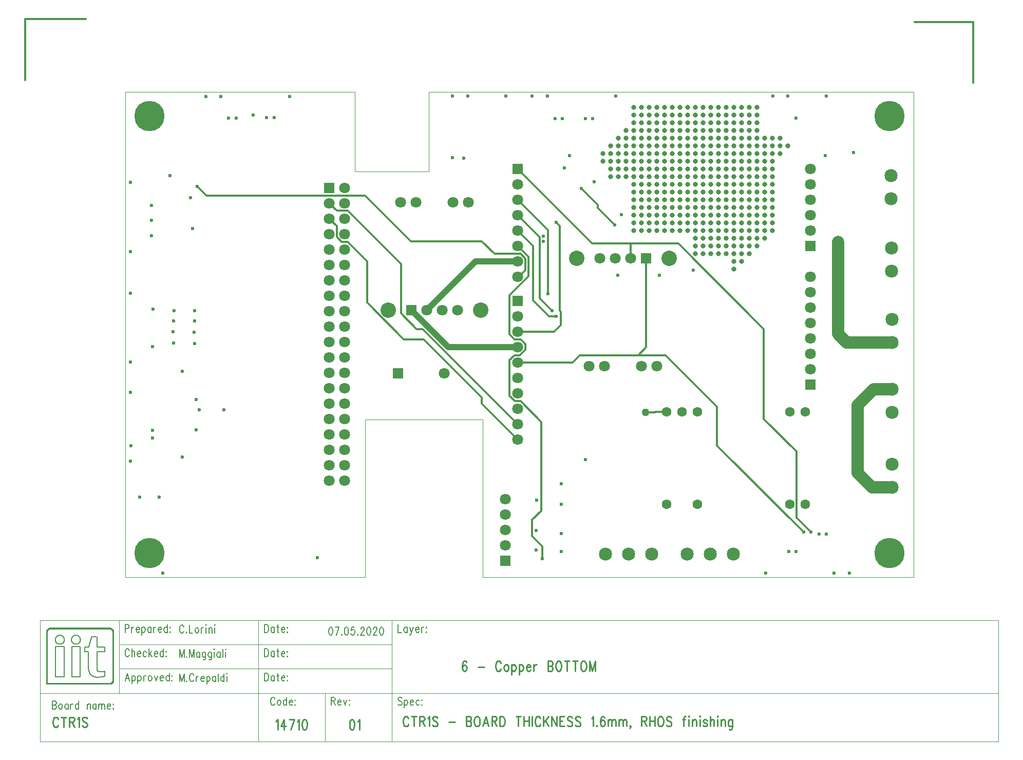
<source format=gbr>
*
*
G04 PADS VX.2.2 Build Number: 9893964 generated Gerber (RS-274-X) file*
G04 PC Version=2.1*
*
%IN "PCB_CTR1S_00.pcb"*%
*
%MOIN*%
*
%FSLAX35Y35*%
*
*
*
*
G04 PC Standard Apertures*
*
*
G04 Thermal Relief Aperture macro.*
%AMTER*
1,1,$1,0,0*
1,0,$1-$2,0,0*
21,0,$3,$4,0,0,45*
21,0,$3,$4,0,0,135*
%
*
*
G04 Annular Aperture macro.*
%AMANN*
1,1,$1,0,0*
1,0,$2,0,0*
%
*
*
G04 Odd Aperture macro.*
%AMODD*
1,1,$1,0,0*
1,0,$1-0.005,0,0*
%
*
*
G04 PC Custom Aperture Macros*
*
*
*
*
*
*
G04 PC Aperture Table*
*
%ADD010C,0.00394*%
%ADD014C,0.00591*%
%ADD016C,0.01*%
%ADD020C,0.06299*%
%ADD021C,0.07874*%
%ADD028C,0.001*%
%ADD037C,0.01181*%
%ADD047C,0.02362*%
%ADD052C,0.00787*%
%ADD061C,0.07087*%
%ADD063C,0.05*%
%ADD067C,0.00591*%
%ADD068C,0.00591*%
%ADD089C,0.19685*%
%ADD090R,0.07087X0.07087*%
%ADD091C,0.0315*%
%ADD096C,0.085*%
%ADD103C,0.1*%
%ADD105C,0.03937*%
*
*
*
*
G04 PC Circuitry*
G04 Layer Name PCB_CTR1S_00.pcb - circuitry*
%LPD*%
*
*
G04 PC Custom Flashes*
G04 Layer Name PCB_CTR1S_00.pcb - flashes*
%LPD*%
*
*
G04 PC Circuitry*
G04 Layer Name PCB_CTR1S_00.pcb - circuitry*
%LPD*%
*
G54D10*
G01X1749094Y1786941D02*
X1898307D01*
Y1735169*
X1946142*
Y1786941*
X2260906*
Y1471980*
X1981181*
Y1574375*
X1904803Y1574298*
Y1471980*
X1749094*
Y1786941*
X1694016Y1443965D02*
X2316063D01*
Y1365224*
X1694016*
Y1443965*
Y1396720D02*
X1745197D01*
Y1443965*
X1694016*
Y1396720*
X1745197Y1412469D02*
X1835748D01*
Y1428217*
X1745197*
Y1412469*
Y1396720D02*
X1835748D01*
Y1412469*
X1745197*
Y1396720*
X1922362D02*
X2316063D01*
Y1443965*
X1922362*
Y1396720*
Y1365224D02*
X2316063D01*
Y1396720*
X1922362*
Y1365224*
X1835748D02*
X1879055D01*
Y1396720*
X1835748*
Y1365224*
Y1428217D02*
X1922362D01*
Y1443965*
X1835748*
Y1428217*
Y1412469D02*
X1922362D01*
Y1428217*
X1835748*
Y1412469*
Y1396720D02*
X1922362D01*
Y1412469*
X1835748*
Y1396720*
G54D14*
X1749134Y1441258D02*
Y1436091D01*
Y1441258D02*
X1750744D01*
X1751281Y1441012*
X1751460Y1440766*
X1751639Y1440274*
Y1439535*
X1751460Y1439043*
X1751281Y1438797*
X1750744Y1438551*
X1749134*
X1753250Y1439535D02*
Y1436091D01*
Y1438059D02*
X1753429Y1438797D01*
X1753787Y1439289*
X1754145Y1439535*
X1754681*
X1756292Y1438059D02*
X1758440D01*
Y1438551*
X1758261Y1439043*
X1758082Y1439289*
X1757724Y1439535*
X1757187*
X1756829Y1439289*
X1756471Y1438797*
X1756292Y1438059*
Y1437567*
X1756471Y1436829*
X1756829Y1436337*
X1757187Y1436091*
X1757724*
X1758082Y1436337*
X1758440Y1436829*
X1760050Y1439535D02*
Y1434368D01*
Y1438797D02*
X1760408Y1439289D01*
X1760766Y1439535*
X1761303*
X1761661Y1439289*
X1762019Y1438797*
X1762198Y1438059*
Y1437567*
X1762019Y1436829*
X1761661Y1436337*
X1761303Y1436091*
X1760766*
X1760408Y1436337*
X1760050Y1436829*
X1765956Y1439535D02*
Y1436091D01*
Y1438797D02*
X1765598Y1439289D01*
X1765240Y1439535*
X1764703*
X1764345Y1439289*
X1763987Y1438797*
X1763808Y1438059*
Y1437567*
X1763987Y1436829*
X1764345Y1436337*
X1764703Y1436091*
X1765240*
X1765598Y1436337*
X1765956Y1436829*
X1767566Y1439535D02*
Y1436091D01*
Y1438059D02*
X1767745Y1438797D01*
X1768103Y1439289*
X1768461Y1439535*
X1768998*
X1770608Y1438059D02*
X1772756D01*
Y1438551*
X1772577Y1439043*
X1772398Y1439289*
X1772040Y1439535*
X1771503*
X1771145Y1439289*
X1770787Y1438797*
X1770608Y1438059*
Y1437567*
X1770787Y1436829*
X1771145Y1436337*
X1771503Y1436091*
X1772040*
X1772398Y1436337*
X1772756Y1436829*
X1776514Y1441258D02*
Y1436091D01*
Y1438797D02*
X1776156Y1439289D01*
X1775798Y1439535*
X1775261*
X1774903Y1439289*
X1774545Y1438797*
X1774366Y1438059*
Y1437567*
X1774545Y1436829*
X1774903Y1436337*
X1775261Y1436091*
X1775798*
X1776156Y1436337*
X1776514Y1436829*
X1778304Y1439535D02*
X1778125Y1439289D01*
X1778304Y1439043*
X1778482Y1439289*
X1778304Y1439535*
Y1436583D02*
X1778125Y1436337D01*
X1778304Y1436091*
X1778482Y1436337*
X1778304Y1436583*
X1751818Y1424280D02*
X1751639Y1424772D01*
X1751281Y1425264*
X1750923Y1425510*
X1750208*
X1749850Y1425264*
X1749492Y1424772*
X1749313Y1424280*
X1749134Y1423541*
Y1422311*
X1749313Y1421573*
X1749492Y1421081*
X1749850Y1420589*
X1750208Y1420343*
X1750923*
X1751281Y1420589*
X1751639Y1421081*
X1751818Y1421573*
X1753429Y1425510D02*
Y1420343D01*
Y1422803D02*
X1753966Y1423541D01*
X1754324Y1423787*
X1754860*
X1755218Y1423541*
X1755397Y1422803*
Y1420343*
X1757008Y1422311D02*
X1759155D01*
Y1422803*
X1758976Y1423295*
X1758797Y1423541*
X1758440Y1423787*
X1757903*
X1757545Y1423541*
X1757187Y1423049*
X1757008Y1422311*
Y1421819*
X1757187Y1421081*
X1757545Y1420589*
X1757903Y1420343*
X1758440*
X1758797Y1420589*
X1759155Y1421081*
X1762913Y1423049D02*
X1762555Y1423541D01*
X1762198Y1423787*
X1761661*
X1761303Y1423541*
X1760945Y1423049*
X1760766Y1422311*
Y1421819*
X1760945Y1421081*
X1761303Y1420589*
X1761661Y1420343*
X1762198*
X1762555Y1420589*
X1762913Y1421081*
X1764524Y1425510D02*
Y1420343D01*
X1766314Y1423787D02*
X1764524Y1421327D01*
X1765240Y1422311D02*
X1766492Y1420343D01*
X1768103Y1422311D02*
X1770251D01*
Y1422803*
X1770072Y1423295*
X1769893Y1423541*
X1769535Y1423787*
X1768998*
X1768640Y1423541*
X1768282Y1423049*
X1768103Y1422311*
Y1421819*
X1768282Y1421081*
X1768640Y1420589*
X1768998Y1420343*
X1769535*
X1769893Y1420589*
X1770251Y1421081*
X1774009Y1425510D02*
Y1420343D01*
Y1423049D02*
X1773651Y1423541D01*
X1773293Y1423787*
X1772756*
X1772398Y1423541*
X1772040Y1423049*
X1771861Y1422311*
Y1421819*
X1772040Y1421081*
X1772398Y1420589*
X1772756Y1420343*
X1773293*
X1773651Y1420589*
X1774009Y1421081*
X1775798Y1423787D02*
X1775619Y1423541D01*
X1775798Y1423295*
X1775977Y1423541*
X1775798Y1423787*
Y1420835D02*
X1775619Y1420589D01*
X1775798Y1420343*
X1775977Y1420589*
X1775798Y1420835*
X1750565Y1409762D02*
X1749134Y1404594D01*
X1750565Y1409762D02*
X1751997Y1404594D01*
X1749671Y1406317D02*
X1751460D01*
X1753608Y1408039D02*
Y1402872D01*
Y1407301D02*
X1753966Y1407793D01*
X1754324Y1408039*
X1754860*
X1755218Y1407793*
X1755576Y1407301*
X1755755Y1406563*
Y1406071*
X1755576Y1405333*
X1755218Y1404841*
X1754860Y1404594*
X1754324*
X1753966Y1404841*
X1753608Y1405333*
X1757366Y1408039D02*
Y1402872D01*
Y1407301D02*
X1757724Y1407793D01*
X1758082Y1408039*
X1758618*
X1758976Y1407793*
X1759334Y1407301*
X1759513Y1406563*
Y1406071*
X1759334Y1405333*
X1758976Y1404841*
X1758618Y1404594*
X1758082*
X1757724Y1404841*
X1757366Y1405333*
X1761124Y1408039D02*
Y1404594D01*
Y1406563D02*
X1761303Y1407301D01*
X1761661Y1407793*
X1762019Y1408039*
X1762555*
X1765061D02*
X1764703Y1407793D01*
X1764345Y1407301*
X1764166Y1406563*
Y1406071*
X1764345Y1405333*
X1764703Y1404841*
X1765061Y1404594*
X1765598*
X1765956Y1404841*
X1766314Y1405333*
X1766492Y1406071*
Y1406563*
X1766314Y1407301*
X1765956Y1407793*
X1765598Y1408039*
X1765061*
X1768103D02*
X1769177Y1404594D01*
X1770251Y1408039D02*
X1769177Y1404594D01*
X1771861Y1406563D02*
X1774009D01*
Y1407055*
X1773830Y1407547*
X1773651Y1407793*
X1773293Y1408039*
X1772756*
X1772398Y1407793*
X1772040Y1407301*
X1771861Y1406563*
Y1406071*
X1772040Y1405333*
X1772398Y1404841*
X1772756Y1404594*
X1773293*
X1773651Y1404841*
X1774009Y1405333*
X1777767Y1409762D02*
Y1404594D01*
Y1407301D02*
X1777409Y1407793D01*
X1777051Y1408039*
X1776514*
X1776156Y1407793*
X1775798Y1407301*
X1775619Y1406563*
Y1406071*
X1775798Y1405333*
X1776156Y1404841*
X1776514Y1404594*
X1777051*
X1777409Y1404841*
X1777767Y1405333*
X1779556Y1408039D02*
X1779377Y1407793D01*
X1779556Y1407547*
X1779735Y1407793*
X1779556Y1408039*
Y1405087D02*
X1779377Y1404841D01*
X1779556Y1404594*
X1779735Y1404841*
X1779556Y1405087*
X1787251Y1439634D02*
X1787072Y1440126D01*
X1786714Y1440618*
X1786356Y1440864*
X1785641*
X1785283Y1440618*
X1784925Y1440126*
X1784746Y1439634*
X1784567Y1438896*
Y1437665*
X1784746Y1436927*
X1784925Y1436435*
X1785283Y1435943*
X1785641Y1435697*
X1786356*
X1786714Y1435943*
X1787072Y1436435*
X1787251Y1436927*
X1789041Y1436189D02*
X1788862Y1435943D01*
X1789041Y1435697*
X1789220Y1435943*
X1789041Y1436189*
X1790830Y1440864D02*
Y1435697D01*
X1792978*
X1795483Y1439142D02*
X1795125Y1438896D01*
X1794767Y1438404*
X1794588Y1437665*
Y1437173*
X1794767Y1436435*
X1795125Y1435943*
X1795483Y1435697*
X1796020*
X1796378Y1435943*
X1796736Y1436435*
X1796915Y1437173*
Y1437665*
X1796736Y1438404*
X1796378Y1438896*
X1796020Y1439142*
X1795483*
X1798525D02*
Y1435697D01*
Y1437665D02*
X1798704Y1438404D01*
X1799062Y1438896*
X1799420Y1439142*
X1799957*
X1801568Y1440864D02*
X1801747Y1440618D01*
X1801926Y1440864*
X1801747Y1441110*
X1801568Y1440864*
X1801747Y1439142D02*
Y1435697D01*
X1803536Y1439142D02*
Y1435697D01*
Y1438157D02*
X1804073Y1438896D01*
X1804431Y1439142*
X1804968*
X1805326Y1438896*
X1805505Y1438157*
Y1435697*
X1807115Y1440864D02*
X1807294Y1440618D01*
X1807473Y1440864*
X1807294Y1441110*
X1807115Y1440864*
X1807294Y1439142D02*
Y1435697D01*
X1784567Y1425116D02*
Y1419949D01*
Y1425116D02*
X1785999Y1419949D01*
X1787430Y1425116D02*
X1785999Y1419949D01*
X1787430Y1425116D02*
Y1419949D01*
X1789220Y1420441D02*
X1789041Y1420195D01*
X1789220Y1419949*
X1789399Y1420195*
X1789220Y1420441*
X1791009Y1425116D02*
Y1419949D01*
Y1425116D02*
X1792441Y1419949D01*
X1793873Y1425116D02*
X1792441Y1419949D01*
X1793873Y1425116D02*
Y1419949D01*
X1797631Y1423394D02*
Y1419949D01*
Y1422656D02*
X1797273Y1423148D01*
X1796915Y1423394*
X1796378*
X1796020Y1423148*
X1795662Y1422656*
X1795483Y1421917*
Y1421425*
X1795662Y1420687*
X1796020Y1420195*
X1796378Y1419949*
X1796915*
X1797273Y1420195*
X1797631Y1420687*
X1801389Y1423394D02*
Y1419457D01*
X1801210Y1418719*
X1801031Y1418472*
X1800673Y1418226*
X1800136*
X1799778Y1418472*
X1801389Y1422656D02*
X1801031Y1423148D01*
X1800673Y1423394*
X1800136*
X1799778Y1423148*
X1799420Y1422656*
X1799241Y1421917*
Y1421425*
X1799420Y1420687*
X1799778Y1420195*
X1800136Y1419949*
X1800673*
X1801031Y1420195*
X1801389Y1420687*
X1805147Y1423394D02*
Y1419457D01*
X1804968Y1418719*
X1804789Y1418472*
X1804431Y1418226*
X1803894*
X1803536Y1418472*
X1805147Y1422656D02*
X1804789Y1423148D01*
X1804431Y1423394*
X1803894*
X1803536Y1423148*
X1803178Y1422656*
X1802999Y1421917*
Y1421425*
X1803178Y1420687*
X1803536Y1420195*
X1803894Y1419949*
X1804431*
X1804789Y1420195*
X1805147Y1420687*
X1806757Y1425116D02*
X1806936Y1424870D01*
X1807115Y1425116*
X1806936Y1425362*
X1806757Y1425116*
X1806936Y1423394D02*
Y1419949D01*
X1810873Y1423394D02*
Y1419949D01*
Y1422656D02*
X1810515Y1423148D01*
X1810157Y1423394*
X1809621*
X1809263Y1423148*
X1808905Y1422656*
X1808726Y1421917*
Y1421425*
X1808905Y1420687*
X1809263Y1420195*
X1809621Y1419949*
X1810157*
X1810515Y1420195*
X1810873Y1420687*
X1812484Y1425116D02*
Y1419949D01*
X1814094Y1425116D02*
X1814273Y1424870D01*
X1814452Y1425116*
X1814273Y1425362*
X1814094Y1425116*
X1814273Y1423394D02*
Y1419949D01*
X1926299Y1441258D02*
Y1436091D01*
X1928447*
X1932205Y1439535D02*
Y1436091D01*
Y1438797D02*
X1931847Y1439289D01*
X1931489Y1439535*
X1930952*
X1930594Y1439289*
X1930236Y1438797*
X1930057Y1438059*
Y1437567*
X1930236Y1436829*
X1930594Y1436337*
X1930952Y1436091*
X1931489*
X1931847Y1436337*
X1932205Y1436829*
X1933994Y1439535D02*
X1935068Y1436091D01*
X1936142Y1439535D02*
X1935068Y1436091D01*
X1934710Y1435106*
X1934352Y1434614*
X1933994Y1434368*
X1933815*
X1937752Y1438059D02*
X1939900D01*
Y1438551*
X1939721Y1439043*
X1939542Y1439289*
X1939184Y1439535*
X1938647*
X1938289Y1439289*
X1937931Y1438797*
X1937752Y1438059*
Y1437567*
X1937931Y1436829*
X1938289Y1436337*
X1938647Y1436091*
X1939184*
X1939542Y1436337*
X1939900Y1436829*
X1941510Y1439535D02*
Y1436091D01*
Y1438059D02*
X1941689Y1438797D01*
X1942047Y1439289*
X1942405Y1439535*
X1942942*
X1944732D02*
X1944553Y1439289D01*
X1944732Y1439043*
X1944911Y1439289*
X1944732Y1439535*
Y1436583D02*
X1944553Y1436337D01*
X1944732Y1436091*
X1944911Y1436337*
X1944732Y1436583*
X1701929Y1391463D02*
Y1386295D01*
Y1391463D02*
X1703540D01*
X1704077Y1391217*
X1704256Y1390970*
X1704434Y1390478*
X1704434D02*
Y1389986D01*
X1704434D02*
X1704256Y1389494D01*
X1704077Y1389248*
X1703540Y1389002*
X1701929D02*
X1703540D01*
X1704077Y1388756*
X1704256Y1388510*
X1704434Y1388018*
X1704434D02*
Y1387280D01*
X1704434D02*
X1704256Y1386787D01*
X1704077Y1386541*
X1703540Y1386295*
X1701929*
X1706940Y1389740D02*
X1706582Y1389494D01*
X1706224Y1389002*
X1706045Y1388264*
Y1387772*
X1706224Y1387033*
X1706582Y1386541*
X1706940Y1386295*
X1707477*
X1707835Y1386541*
X1708193Y1387033*
X1708372Y1387772*
Y1388264*
X1708193Y1389002*
X1707835Y1389494*
X1707477Y1389740*
X1706940*
X1712130D02*
Y1386295D01*
Y1389002D02*
X1711772Y1389494D01*
X1711414Y1389740*
X1710877*
X1710519Y1389494*
X1710161Y1389002*
X1709982Y1388264*
Y1387772*
X1710161Y1387033*
X1710519Y1386541*
X1710877Y1386295*
X1711414*
X1711772Y1386541*
X1712130Y1387033*
X1713740Y1389740D02*
Y1386295D01*
Y1388264D02*
X1713919Y1389002D01*
X1714277Y1389494*
X1714635Y1389740*
X1715172*
X1718930Y1391463D02*
Y1386295D01*
Y1389002D02*
X1718572Y1389494D01*
X1718214Y1389740*
X1717677*
X1717319Y1389494*
X1716961Y1389002*
X1716782Y1388264*
Y1387772*
X1716961Y1387033*
X1717319Y1386541*
X1717677Y1386295*
X1718214*
X1718572Y1386541*
X1718930Y1387033*
X1724656Y1389740D02*
Y1386295D01*
Y1388756D02*
X1725193Y1389494D01*
X1725551Y1389740*
X1726088*
X1726446Y1389494*
X1726625Y1388756*
Y1386295*
X1730383Y1389740D02*
Y1386295D01*
Y1389002D02*
X1730025Y1389494D01*
X1729667Y1389740*
X1729130*
X1728772Y1389494*
X1728414Y1389002*
X1728236Y1388264*
X1728236D02*
Y1387772D01*
X1728236D02*
X1728414Y1387033D01*
X1728772Y1386541*
X1729130Y1386295*
X1729667*
X1730025Y1386541*
X1730383Y1387033*
X1731994Y1389740D02*
Y1386295D01*
Y1388756D02*
X1732530Y1389494D01*
X1732888Y1389740*
X1733425*
X1733783Y1389494*
X1733962Y1388756*
Y1386295*
Y1388756D02*
X1734499Y1389494D01*
X1734857Y1389740*
X1735394*
X1735752Y1389494*
X1735931Y1388756*
Y1386295*
X1737541Y1388264D02*
X1739689D01*
Y1388756*
X1739510Y1389248*
X1739331Y1389494*
X1738973Y1389740*
X1738436*
X1738078Y1389494*
X1737720Y1389002*
X1737541Y1388264*
Y1387772*
X1737720Y1387033*
X1738078Y1386541*
X1738436Y1386295*
X1738973*
X1739331Y1386541*
X1739689Y1387033*
X1741478Y1389740D02*
X1741299Y1389494D01*
X1741478Y1389248*
X1741657Y1389494*
X1741478Y1389740*
Y1386787D02*
X1741299Y1386541D01*
X1741478Y1386295*
X1741657Y1386541*
X1741478Y1386787*
X1846306Y1392783D02*
X1846127Y1393276D01*
X1845770Y1393768*
X1845412Y1394014*
X1844696*
X1844338Y1393768*
X1843980Y1393276*
X1843801Y1392783*
X1843622Y1392045*
Y1390815*
X1843801Y1390077*
X1843980Y1389585*
X1844338Y1389093*
X1844696Y1388846*
X1845412*
X1845770Y1389093*
X1846127Y1389585*
X1846306Y1390077*
X1848812Y1392291D02*
X1848454Y1392045D01*
X1848096Y1391553*
X1847917Y1390815*
Y1390323*
X1848096Y1389585*
X1848454Y1389093*
X1848812Y1388846*
X1849349*
X1849707Y1389093*
X1850064Y1389585*
X1850243Y1390323*
Y1390815*
X1850064Y1391553*
X1849707Y1392045*
X1849349Y1392291*
X1848812*
X1854001Y1394014D02*
Y1388846D01*
Y1391553D02*
X1853644Y1392045D01*
X1853286Y1392291*
X1852749*
X1852391Y1392045*
X1852033Y1391553*
X1851854Y1390815*
Y1390323*
X1852033Y1389585*
X1852391Y1389093*
X1852749Y1388846*
X1853286*
X1853644Y1389093*
X1854001Y1389585*
X1855612Y1390815D02*
X1857759D01*
Y1391307*
X1857581Y1391799*
X1857402Y1392045*
X1857044Y1392291*
X1856507*
X1856149Y1392045*
X1855791Y1391553*
X1855612Y1390815*
Y1390323*
X1855791Y1389585*
X1856149Y1389093*
X1856507Y1388846*
X1857044*
X1857402Y1389093*
X1857759Y1389585*
X1859549Y1392291D02*
X1859370Y1392045D01*
X1859549Y1391799*
X1859728Y1392045*
X1859549Y1392291*
Y1389339D02*
X1859370Y1389093D01*
X1859549Y1388846*
X1859728Y1389093*
X1859549Y1389339*
X1882992Y1394014D02*
Y1388846D01*
Y1394014D02*
X1884603D01*
X1885140Y1393768*
X1885319Y1393522*
X1885497Y1393030*
Y1392537*
X1885319Y1392045*
X1885140Y1391799*
X1884603Y1391553*
X1882992*
X1884245D02*
X1885497Y1388846D01*
X1887108Y1390815D02*
X1889256D01*
Y1391307*
X1889077Y1391799*
X1888898Y1392045*
X1888540Y1392291*
X1888003*
X1887645Y1392045*
X1887287Y1391553*
X1887108Y1390815*
Y1390323*
X1887287Y1389585*
X1887645Y1389093*
X1888003Y1388846*
X1888540*
X1888898Y1389093*
X1889256Y1389585*
X1890866Y1392291D02*
X1891940Y1388846D01*
X1893014Y1392291D02*
X1891940Y1388846D01*
X1894803Y1392291D02*
X1894624Y1392045D01*
X1894803Y1391799*
X1894982Y1392045*
X1894803Y1392291*
Y1389339D02*
X1894624Y1389093D01*
X1894803Y1388846*
X1894982Y1389093*
X1894803Y1389339*
X1928805Y1393276D02*
X1928447Y1393768D01*
X1927910Y1394014*
X1927194*
X1926657Y1393768*
X1926299Y1393276*
Y1392783*
X1926478Y1392291*
X1926657Y1392045*
X1927015Y1391799*
X1928089Y1391307*
X1928447Y1391061*
X1928626Y1390815*
X1928805Y1390323*
Y1389585*
X1928447Y1389093*
X1927910Y1388846*
X1927194*
X1926657Y1389093*
X1926299Y1389585*
X1930415Y1392291D02*
Y1387124D01*
Y1391553D02*
X1930773Y1392045D01*
X1931131Y1392291*
X1931668*
X1932026Y1392045*
X1932384Y1391553*
X1932563Y1390815*
Y1390323*
X1932384Y1389585*
X1932026Y1389093*
X1931668Y1388846*
X1931131*
X1930773Y1389093*
X1930415Y1389585*
X1934173Y1390815D02*
X1936321D01*
Y1391307*
X1936142Y1391799*
X1935963Y1392045*
X1935605Y1392291*
X1935068*
X1934710Y1392045*
X1934352Y1391553*
X1934173Y1390815*
Y1390323*
X1934352Y1389585*
X1934710Y1389093*
X1935068Y1388846*
X1935605*
X1935963Y1389093*
X1936321Y1389585*
X1940079Y1391553D02*
X1939721Y1392045D01*
X1939363Y1392291*
X1938826*
X1938468Y1392045*
X1938110Y1391553*
X1937931Y1390815*
Y1390323*
X1938110Y1389585*
X1938468Y1389093*
X1938826Y1388846*
X1939363*
X1939721Y1389093*
X1940079Y1389585*
X1941868Y1392291D02*
X1941689Y1392045D01*
X1941868Y1391799*
X1942047Y1392045*
X1941868Y1392291*
Y1389339D02*
X1941689Y1389093D01*
X1941868Y1388846*
X1942047Y1389093*
X1941868Y1389339*
X1839685Y1441258D02*
Y1436091D01*
Y1441258D02*
X1840938D01*
X1841475Y1441012*
X1841832Y1440520*
X1842011Y1440028*
X1842190Y1439289*
Y1438059*
X1842011Y1437321*
X1841832Y1436829*
X1841475Y1436337*
X1840938Y1436091*
X1839685*
X1845948Y1439535D02*
Y1436091D01*
Y1438797D02*
X1845591Y1439289D01*
X1845233Y1439535*
X1844696*
X1844338Y1439289*
X1843980Y1438797*
X1843801Y1438059*
Y1437567*
X1843980Y1436829*
X1844338Y1436337*
X1844696Y1436091*
X1845233*
X1845591Y1436337*
X1845948Y1436829*
X1848096Y1441258D02*
Y1437075D01*
X1848275Y1436337*
X1848633Y1436091*
X1848991*
X1847559Y1439535D02*
X1848812D01*
X1850601Y1438059D02*
X1852749D01*
Y1438551*
X1852570Y1439043*
X1852391Y1439289*
X1852033Y1439535*
X1851496*
X1851138Y1439289*
X1850780Y1438797*
X1850601Y1438059*
Y1437567*
X1850780Y1436829*
X1851138Y1436337*
X1851496Y1436091*
X1852033*
X1852391Y1436337*
X1852749Y1436829*
X1854538Y1439535D02*
X1854359Y1439289D01*
X1854538Y1439043*
X1854717Y1439289*
X1854538Y1439535*
Y1436583D02*
X1854359Y1436337D01*
X1854538Y1436091*
X1854717Y1436337*
X1854538Y1436583*
X1839685Y1425510D02*
Y1420343D01*
Y1425510D02*
X1840938D01*
X1841475Y1425264*
X1841832Y1424772*
X1842011Y1424280*
X1842190Y1423541*
Y1422311*
X1842011Y1421573*
X1841832Y1421081*
X1841475Y1420589*
X1840938Y1420343*
X1839685*
X1845948Y1423787D02*
Y1420343D01*
Y1423049D02*
X1845591Y1423541D01*
X1845233Y1423787*
X1844696*
X1844338Y1423541*
X1843980Y1423049*
X1843801Y1422311*
Y1421819*
X1843980Y1421081*
X1844338Y1420589*
X1844696Y1420343*
X1845233*
X1845591Y1420589*
X1845948Y1421081*
X1848096Y1425510D02*
Y1421327D01*
X1848275Y1420589*
X1848633Y1420343*
X1848991*
X1847559Y1423787D02*
X1848812D01*
X1850601Y1422311D02*
X1852749D01*
Y1422803*
X1852570Y1423295*
X1852391Y1423541*
X1852033Y1423787*
X1851496*
X1851138Y1423541*
X1850780Y1423049*
X1850601Y1422311*
Y1421819*
X1850780Y1421081*
X1851138Y1420589*
X1851496Y1420343*
X1852033*
X1852391Y1420589*
X1852749Y1421081*
X1854538Y1423787D02*
X1854359Y1423541D01*
X1854538Y1423295*
X1854717Y1423541*
X1854538Y1423787*
Y1420835D02*
X1854359Y1420589D01*
X1854538Y1420343*
X1854717Y1420589*
X1854538Y1420835*
X1839685Y1409762D02*
Y1404594D01*
Y1409762D02*
X1840938D01*
X1841475Y1409516*
X1841832Y1409024*
X1842011Y1408532*
X1842011D02*
X1842190Y1407793D01*
Y1406563*
X1842011Y1405825*
X1841832Y1405333*
X1841475Y1404841*
X1840938Y1404594*
X1839685*
X1845948Y1408039D02*
Y1404594D01*
Y1407301D02*
X1845591Y1407793D01*
X1845233Y1408039*
X1844696*
X1844338Y1407793*
X1843980Y1407301*
X1843801Y1406563*
Y1406071*
X1843980Y1405333*
X1844338Y1404841*
X1844696Y1404594*
X1845233*
X1845591Y1404841*
X1845948Y1405333*
X1848096Y1409762D02*
Y1405579D01*
X1848275Y1404841*
X1848633Y1404594*
X1848991*
X1847559Y1408039D02*
X1848812D01*
X1850601Y1406563D02*
X1852749D01*
Y1407055*
X1852570Y1407547*
X1852391Y1407793*
X1852033Y1408039*
X1851496*
X1851138Y1407793*
X1850780Y1407301*
X1850601Y1406563*
Y1406071*
X1850780Y1405333*
X1851138Y1404841*
X1851496Y1404594*
X1852033*
X1852391Y1404841*
X1852749Y1405333*
X1854538Y1408039D02*
X1854359Y1407793D01*
X1854538Y1407547*
X1854717Y1407793*
X1854538Y1408039*
Y1405087D02*
X1854359Y1404841D01*
X1854538Y1404594*
X1854717Y1404841*
X1854538Y1405087*
G54D16*
X1970719Y1416582D02*
X1970492Y1417207D01*
X1969810Y1417519*
X1969356*
X1968674Y1417207*
X1968219Y1416269*
X1967992Y1414707*
Y1413144*
X1968219Y1411894*
X1968674Y1411269*
X1969356Y1410957*
X1969583*
X1970265Y1411269*
X1970719Y1411894*
X1970947Y1412832*
Y1413144*
X1970719Y1414082*
X1970265Y1414707*
X1969583Y1415019*
X1969356*
X1968674Y1414707*
X1968219Y1414082*
X1967992Y1413144*
X1978219Y1413769D02*
X1982310D01*
X1992992Y1415957D02*
X1992765Y1416582D01*
X1992310Y1417207*
X1991856Y1417519*
X1990947*
X1990492Y1417207*
X1990038Y1416582*
X1989810Y1415957*
X1989583Y1415019*
Y1413457*
X1989810Y1412519*
X1990038Y1411894*
X1990492Y1411269*
X1990947Y1410957*
X1991856*
X1992310Y1411269*
X1992765Y1411894*
X1992992Y1412519*
X1996174Y1415332D02*
X1995719Y1415019D01*
X1995265Y1414394*
X1995038Y1413457*
Y1412832*
X1995265Y1411894*
X1995719Y1411269*
X1996174Y1410957*
X1996856*
X1997310Y1411269*
X1997765Y1411894*
X1997992Y1412832*
Y1413457*
X1997765Y1414394*
X1997310Y1415019*
X1996856Y1415332*
X1996174*
X2000038D02*
Y1408769D01*
Y1414394D02*
X2000492Y1415019D01*
X2000947Y1415332*
X2001628*
X2002083Y1415019*
X2002538Y1414394*
X2002765Y1413457*
Y1412832*
X2002538Y1411894*
X2002083Y1411269*
X2001628Y1410957*
X2000947*
X2000492Y1411269*
X2000038Y1411894*
X2004810Y1415332D02*
Y1408769D01*
Y1414394D02*
X2005265Y1415019D01*
X2005719Y1415332*
X2006401*
X2006856Y1415019*
X2007310Y1414394*
X2007538Y1413457*
Y1412832*
X2007310Y1411894*
X2006856Y1411269*
X2006401Y1410957*
X2005719*
X2005265Y1411269*
X2004810Y1411894*
X2009583Y1413457D02*
X2012310D01*
Y1414082*
X2012083Y1414707*
X2011856Y1415019*
X2011401Y1415332*
X2010719*
X2010265Y1415019*
X2009810Y1414394*
X2009583Y1413457*
Y1412832*
X2009810Y1411894*
X2010265Y1411269*
X2010719Y1410957*
X2011401*
X2011856Y1411269*
X2012310Y1411894*
X2014356Y1415332D02*
Y1410957D01*
Y1413457D02*
X2014583Y1414394D01*
X2015038Y1415019*
X2015492Y1415332*
X2016174*
X2023447Y1417519D02*
Y1410957D01*
Y1417519D02*
X2025492D01*
X2026174Y1417207*
X2026401Y1416894*
X2026628Y1416269*
Y1415644*
X2026401Y1415019*
X2026174Y1414707*
X2025492Y1414394*
X2023447D02*
X2025492D01*
X2026174Y1414082*
X2026401Y1413769*
X2026628Y1413144*
Y1412207*
X2026401Y1411582*
X2026174Y1411269*
X2025492Y1410957*
X2023447*
X2030038Y1417519D02*
X2029583Y1417207D01*
X2029128Y1416582*
X2028901Y1415957*
X2028674Y1415019*
Y1413457*
X2028901Y1412519*
X2029128Y1411894*
X2029583Y1411269*
X2030038Y1410957*
X2030947*
X2031401Y1411269*
X2031856Y1411894*
X2032083Y1412519*
X2032310Y1413457*
Y1415019*
X2032083Y1415957*
X2031856Y1416582*
X2031401Y1417207*
X2030947Y1417519*
X2030038*
X2035947D02*
Y1410957D01*
X2034356Y1417519D02*
X2037538D01*
X2041174D02*
Y1410957D01*
X2039583Y1417519D02*
X2042765D01*
X2046174D02*
X2045719Y1417207D01*
X2045265Y1416582*
X2045038Y1415957*
X2044810Y1415019*
Y1413457*
X2045038Y1412519*
X2045265Y1411894*
X2045719Y1411269*
X2046174Y1410957*
X2047083*
X2047538Y1411269*
X2047992Y1411894*
X2048219Y1412519*
X2048447Y1413457*
Y1415019*
X2048219Y1415957*
X2047992Y1416582*
X2047538Y1417207*
X2047083Y1417519*
X2046174*
X2050492D02*
Y1410957D01*
Y1417519D02*
X2052310Y1410957D01*
X2054128Y1417519D02*
X2052310Y1410957D01*
X2054128Y1417519D02*
Y1410957D01*
X1933015Y1380130D02*
X1932788Y1380755D01*
X1932334Y1381380*
X1931879Y1381692*
X1930970*
X1930515Y1381380*
X1930061Y1380755*
X1929834Y1380130*
X1929606Y1379192*
Y1377630*
X1929834Y1376692*
X1930061Y1376067*
X1930515Y1375442*
X1930970Y1375130*
X1931879*
X1932334Y1375442*
X1932788Y1376067*
X1933015Y1376692*
X1936652Y1381692D02*
Y1375130D01*
X1935061Y1381692D02*
X1938243D01*
X1940288D02*
Y1375130D01*
Y1381692D02*
X1942334D01*
X1943015Y1381380*
X1943243Y1381067*
X1943470Y1380442*
Y1379817*
X1943243Y1379192*
X1943015Y1378880*
X1942334Y1378567*
X1940288*
X1941879D02*
X1943470Y1375130D01*
X1945515Y1380442D02*
X1945970Y1380755D01*
X1946652Y1381692*
Y1375130*
X1951879Y1380755D02*
X1951424Y1381380D01*
X1950743Y1381692*
X1949834*
X1949152Y1381380*
X1948697Y1380755*
Y1380130*
X1948924Y1379505*
X1949152Y1379192*
X1949606Y1378880*
X1950970Y1378255*
X1951424Y1377942*
X1951652Y1377630*
X1951879Y1377005*
Y1376067*
X1951424Y1375442*
X1950743Y1375130*
X1949834*
X1949152Y1375442*
X1948697Y1376067*
X1959152Y1377942D02*
X1963243D01*
X1970515Y1381692D02*
Y1375130D01*
Y1381692D02*
X1972561D01*
X1973243Y1381380*
X1973470Y1381067*
X1973697Y1380442*
Y1379817*
X1973470Y1379192*
X1973243Y1378880*
X1972561Y1378567*
X1970515D02*
X1972561D01*
X1973243Y1378255*
X1973470Y1377942*
X1973697Y1377317*
Y1376380*
X1973470Y1375755*
X1973243Y1375442*
X1972561Y1375130*
X1970515*
X1977106Y1381692D02*
X1976652Y1381380D01*
X1976197Y1380755*
X1975970Y1380130*
X1975743Y1379192*
Y1377630*
X1975970Y1376692*
X1976197Y1376067*
X1976652Y1375442*
X1977106Y1375130*
X1978015*
X1978470Y1375442*
X1978924Y1376067*
X1979152Y1376692*
X1979379Y1377630*
Y1379192*
X1979152Y1380130*
X1978924Y1380755*
X1978470Y1381380*
X1978015Y1381692*
X1977106*
X1983243D02*
X1981424Y1375130D01*
X1983243Y1381692D02*
X1985061Y1375130D01*
X1982106Y1377317D02*
X1984379D01*
X1987106Y1381692D02*
Y1375130D01*
Y1381692D02*
X1989152D01*
X1989834Y1381380*
X1990061Y1381067*
X1990288Y1380442*
Y1379817*
X1990061Y1379192*
X1989834Y1378880*
X1989152Y1378567*
X1987106*
X1988697D02*
X1990288Y1375130D01*
X1992334Y1381692D02*
Y1375130D01*
Y1381692D02*
X1993924D01*
X1994606Y1381380*
X1995061Y1380755*
X1995288Y1380130*
X1995515Y1379192*
Y1377630*
X1995288Y1376692*
X1995061Y1376067*
X1994606Y1375442*
X1993924Y1375130*
X1992334*
X2004379Y1381692D02*
Y1375130D01*
X2002788Y1381692D02*
X2005970D01*
X2008015D02*
Y1375130D01*
X2011197Y1381692D02*
Y1375130D01*
X2008015Y1378567D02*
X2011197D01*
X2013243Y1381692D02*
Y1375130D01*
X2018697Y1380130D02*
X2018470Y1380755D01*
X2018015Y1381380*
X2017561Y1381692*
X2016652*
X2016197Y1381380*
X2015743Y1380755*
X2015515Y1380130*
X2015288Y1379192*
Y1377630*
X2015515Y1376692*
X2015743Y1376067*
X2016197Y1375442*
X2016652Y1375130*
X2017561*
X2018015Y1375442*
X2018470Y1376067*
X2018697Y1376692*
X2020743Y1381692D02*
Y1375130D01*
X2023924Y1381692D02*
X2020743Y1377317D01*
X2021879Y1378880D02*
X2023924Y1375130D01*
X2025970Y1381692D02*
Y1375130D01*
Y1381692D02*
X2029152Y1375130D01*
Y1381692D02*
Y1375130D01*
X2031197Y1381692D02*
Y1375130D01*
Y1381692D02*
X2034152D01*
X2031197Y1378567D02*
X2033015D01*
X2031197Y1375130D02*
X2034152D01*
X2039379Y1380755D02*
X2038924Y1381380D01*
X2038243Y1381692*
X2037334*
X2036652Y1381380*
X2036197Y1380755*
Y1380130*
X2036424Y1379505*
X2036652Y1379192*
X2037106Y1378880*
X2038470Y1378255*
X2038924Y1377942*
X2039152Y1377630*
X2039379Y1377005*
Y1376067*
X2038924Y1375442*
X2038243Y1375130*
X2037334*
X2036652Y1375442*
X2036197Y1376067*
X2044606Y1380755D02*
X2044152Y1381380D01*
X2043470Y1381692*
X2042561*
X2041879Y1381380*
X2041424Y1380755*
Y1380130*
X2041652Y1379505*
X2041879Y1379192*
X2042334Y1378880*
X2043697Y1378255*
X2044152Y1377942*
X2044379Y1377630*
X2044606Y1377005*
Y1376067*
X2044152Y1375442*
X2043470Y1375130*
X2042561*
X2041879Y1375442*
X2041424Y1376067*
X2051879Y1380442D02*
X2052334Y1380755D01*
X2053015Y1381692*
Y1375130*
X2055288Y1375755D02*
X2055061Y1375442D01*
X2055288Y1375130*
X2055515Y1375442*
X2055288Y1375755*
X2060288Y1380755D02*
X2060061Y1381380D01*
X2059379Y1381692*
X2058924*
X2058243Y1381380*
X2057788Y1380442*
X2057561Y1378880*
Y1377317*
X2057788Y1376067*
X2058243Y1375442*
X2058924Y1375130*
X2059152*
X2059834Y1375442*
X2060288Y1376067*
X2060515Y1377005*
Y1377317*
X2060288Y1378255*
X2059834Y1378880*
X2059152Y1379192*
X2058924*
X2058243Y1378880*
X2057788Y1378255*
X2057561Y1377317*
X2062561Y1379505D02*
Y1375130D01*
Y1378255D02*
X2063243Y1379192D01*
X2063697Y1379505*
X2064379*
X2064834Y1379192*
X2065061Y1378255*
Y1375130*
Y1378255D02*
X2065743Y1379192D01*
X2066197Y1379505*
X2066879*
X2067334Y1379192*
X2067561Y1378255*
Y1375130*
X2069606Y1379505D02*
Y1375130D01*
Y1378255D02*
X2070288Y1379192D01*
X2070743Y1379505*
X2071424*
X2071879Y1379192*
X2072106Y1378255*
Y1375130*
Y1378255D02*
X2072788Y1379192D01*
X2073243Y1379505*
X2073924*
X2074379Y1379192*
X2074606Y1378255*
Y1375130*
X2077106Y1375442D02*
X2076879Y1375130D01*
X2076652Y1375442*
X2076879Y1375755*
X2077106Y1375442*
Y1374817*
X2076879Y1374192*
X2076652Y1373880*
X2084379Y1381692D02*
Y1375130D01*
Y1381692D02*
X2086424D01*
X2087106Y1381380*
X2087334Y1381067*
X2087561Y1380442*
Y1379817*
X2087334Y1379192*
X2087106Y1378880*
X2086424Y1378567*
X2084379*
X2085970D02*
X2087561Y1375130D01*
X2089606Y1381692D02*
Y1375130D01*
X2092788Y1381692D02*
Y1375130D01*
X2089606Y1378567D02*
X2092788D01*
X2096197Y1381692D02*
X2095743Y1381380D01*
X2095288Y1380755*
X2095061Y1380130*
X2094834Y1379192*
Y1377630*
X2095061Y1376692*
X2095288Y1376067*
X2095743Y1375442*
X2096197Y1375130*
X2097106*
X2097561Y1375442*
X2098015Y1376067*
X2098243Y1376692*
X2098470Y1377630*
Y1379192*
X2098243Y1380130*
X2098015Y1380755*
X2097561Y1381380*
X2097106Y1381692*
X2096197*
X2103697Y1380755D02*
X2103243Y1381380D01*
X2102561Y1381692*
X2101652*
X2100970Y1381380*
X2100515Y1380755*
Y1380130*
X2100743Y1379505*
X2100970Y1379192*
X2101424Y1378880*
X2102788Y1378255*
X2103243Y1377942*
X2103470Y1377630*
X2103697Y1377005*
Y1376067*
X2103243Y1375442*
X2102561Y1375130*
X2101652*
X2100970Y1375442*
X2100515Y1376067*
X2112788Y1381692D02*
X2112334D01*
X2111879Y1381380*
X2111652Y1380442*
Y1375130*
X2110970Y1379505D02*
X2112561D01*
X2114834Y1381692D02*
X2115061Y1381380D01*
X2115288Y1381692*
X2115061Y1382005*
X2114834Y1381692*
X2115061Y1379505D02*
Y1375130D01*
X2117334Y1379505D02*
Y1375130D01*
Y1378255D02*
X2118015Y1379192D01*
X2118470Y1379505*
X2119152*
X2119606Y1379192*
X2119834Y1378255*
Y1375130*
X2121879Y1381692D02*
X2122106Y1381380D01*
X2122334Y1381692*
X2122106Y1382005*
X2121879Y1381692*
X2122106Y1379505D02*
Y1375130D01*
X2126879Y1378567D02*
X2126652Y1379192D01*
X2125970Y1379505*
X2125288*
X2124606Y1379192*
X2124379Y1378567*
X2124606Y1377942*
X2125061Y1377630*
X2126197Y1377317*
X2126652Y1377005*
X2126879Y1376380*
Y1376067*
X2126652Y1375442*
X2125970Y1375130*
X2125288*
X2124606Y1375442*
X2124379Y1376067*
X2128924Y1381692D02*
Y1375130D01*
Y1378255D02*
X2129606Y1379192D01*
X2130061Y1379505*
X2130743*
X2131197Y1379192*
X2131424Y1378255*
Y1375130*
X2133470Y1381692D02*
X2133697Y1381380D01*
X2133924Y1381692*
X2133697Y1382005*
X2133470Y1381692*
X2133697Y1379505D02*
Y1375130D01*
X2135970Y1379505D02*
Y1375130D01*
Y1378255D02*
X2136652Y1379192D01*
X2137106Y1379505*
X2137788*
X2138243Y1379192*
X2138470Y1378255*
Y1375130*
X2143243Y1379505D02*
Y1374505D01*
X2143015Y1373567*
X2142788Y1373255*
X2142334Y1372942*
X2141652*
X2141197Y1373255*
X2143243Y1378567D02*
X2142788Y1379192D01*
X2142334Y1379505*
X2141652*
X2141197Y1379192*
X2140743Y1378567*
X2140515Y1377630*
Y1377005*
X2140743Y1376067*
X2141197Y1375442*
X2141652Y1375130*
X2142334*
X2142788Y1375442*
X2143243Y1376067*
X1705653Y1379539D02*
X1705426Y1380164D01*
X1704971Y1380789*
X1704517Y1381102*
X1703608*
X1703153Y1380789*
X1702699Y1380164*
X1702471Y1379539*
X1702244Y1378602*
Y1377039*
X1702471Y1376102*
X1702699Y1375477*
X1703153Y1374852*
X1703608Y1374539*
X1704517*
X1704971Y1374852*
X1705426Y1375477*
X1705653Y1376102*
X1709290Y1381102D02*
Y1374539D01*
X1707699Y1381102D02*
X1710880D01*
X1712926D02*
Y1374539D01*
Y1381102D02*
X1714971D01*
X1715653Y1380789*
X1715880Y1380477*
X1716108Y1379852*
Y1379227*
X1715880Y1378602*
X1715653Y1378289*
X1714971Y1377977*
X1712926*
X1714517D02*
X1716108Y1374539D01*
X1718153Y1379852D02*
X1718608Y1380164D01*
X1719290Y1381102*
Y1374539*
X1724517Y1380164D02*
X1724062Y1380789D01*
X1723380Y1381102*
X1722471*
X1721790Y1380789*
X1721335Y1380164*
Y1379539*
X1721562Y1378914*
X1721790Y1378602*
X1722244Y1378289*
X1723608Y1377664*
X1724062Y1377352*
X1724290Y1377039*
X1724517Y1376414*
Y1375477*
X1724062Y1374852*
X1723380Y1374539*
X1722471*
X1721790Y1374852*
X1721335Y1375477*
X1846969Y1378411D02*
X1847423Y1378723D01*
X1848105Y1379661*
Y1373098*
X1852423Y1379661D02*
X1850150Y1375286D01*
X1853559*
X1852423Y1379661D02*
Y1373098D01*
X1858787Y1379661D02*
X1856514Y1373098D01*
X1855605Y1379661D02*
X1858787D01*
X1860832Y1378411D02*
X1861287Y1378723D01*
X1861969Y1379661*
X1861969D02*
Y1373098D01*
X1865378Y1379661D02*
X1864696Y1379348D01*
X1864241Y1378411*
X1864014Y1376848*
Y1375911*
X1864241Y1374348*
X1864696Y1373411*
X1865378Y1373098*
X1865832*
X1866514Y1373411*
X1866969Y1374348*
X1866969D02*
X1867196Y1375911D01*
Y1376848*
X1866969Y1378411*
X1866969D02*
X1866514Y1379348D01*
X1865832Y1379661*
X1865378*
X1896167D02*
X1895485Y1379348D01*
X1895030Y1378411*
X1894803Y1376848*
Y1375911*
X1895030Y1374348*
X1895485Y1373411*
X1896167Y1373098*
X1896621*
X1897303Y1373411*
X1897758Y1374348*
X1897985Y1375911*
Y1376848*
X1897758Y1378411*
X1897303Y1379348*
X1896621Y1379661*
X1896167*
X1900030Y1378411D02*
X1900485Y1378723D01*
X1901167Y1379661*
Y1373098*
G54D20*
X2190551Y1579146D03*
X2180551D03*
X2120551D03*
X2110551D03*
X2100551D03*
Y1519146D03*
X2120551D03*
X2180551D03*
X2190551D03*
G54D21*
X2247087Y1530268D02*
X2233760D01*
X2224528Y1539500*
Y1583614*
X2234921Y1594008*
X2246890*
X2233110Y1624244D02*
X2217402D01*
X2211841Y1629805*
Y1645809*
X2211772Y1645878*
Y1682335*
X2233110Y1624244D02*
X2236024D01*
X2238898*
X2247008D02*
X2238898D01*
X2211772Y1682335D02*
Y1685957D01*
Y1689539*
G54D28*
G54D37*
X2019961Y1483791D02*
Y1492059D01*
X2013268Y1498752*
Y1509185*
X2019173Y1515091*
Y1572768*
X2005787Y1586154*
X2002244*
X1998701Y1589697*
Y1612925*
X2001850Y1616075*
X2005394*
X2008937Y1619618*
Y1623161*
X2008663*
X2008553Y1623272*
Y1623546*
X2005787Y1626311*
X2001850*
X1998701Y1629461*
Y1655051*
X2010328Y1666679*
X2010334*
X2010906Y1667250*
Y1679854*
X2003819Y1686941*
X2194370Y1501114D02*
X2184921Y1510563D01*
Y1553476*
X2163661Y1574736*
Y1633004*
X2108150Y1688516*
X2077047*
X2189646Y1501114D02*
X2133346Y1557413D01*
Y1582610*
X2099882Y1616075*
X2082165*
X2003819Y1561311D02*
X1980591Y1584539D01*
Y1588516*
X1942795Y1626311*
X1930064*
X1906181Y1650194*
Y1677098*
X1893583Y1689697*
X1889646*
X1886496Y1692846*
Y1699815*
X1881614Y1704697*
X2003819Y1571311D02*
X1942126Y1633004D01*
X1938356*
X1928228Y1643131*
Y1675130*
X1893583Y1709776*
X1886535*
X1881614Y1714697*
X2086890Y1579067D02*
X2093189D01*
X2093268Y1579146*
X2100551*
X2003819Y1611311D02*
X2039606D01*
X2044370Y1616075*
X2082165*
X2087283Y1621193*
Y1679067*
X2003819Y1631311D02*
X2027441D01*
X2031772Y1635642*
Y1644421*
X2031378Y1644815*
Y1699933*
X2029016Y1702295*
X2026260Y1644815D02*
X2018150Y1652925D01*
Y1692610*
X2003819Y1706941*
X2029016Y1641272D02*
X2024291D01*
X2013937Y1651626*
Y1686823*
X2003819Y1696941*
X2023504Y1655839D02*
Y1697256D01*
X2003819Y1716941*
Y1666941D02*
X2004685D01*
X2008937Y1671193*
Y1678673*
X2005787Y1681823*
X1988937*
X1980669Y1690091*
X1934528*
X1905000Y1719618*
X1801850*
X1795945Y1725524*
X2077283Y1679067D02*
Y1688280D01*
X2077047Y1688516*
X2052244*
X2003819Y1736941*
X2066811Y1700720D02*
X2055787Y1711744D01*
Y1713713*
X2045157Y1724343*
X1684331Y1794618D02*
Y1833988D01*
Y1834382D02*
X1723701D01*
X2261496Y1832413D02*
X2299685D01*
Y1793043*
G54D47*
X1773504Y1474736D03*
X1873898Y1484579D03*
X2019961Y1483791D03*
X2164843Y1474736D03*
X2209331D03*
X2219173D03*
X2016024Y1489697D03*
Y1502295D03*
X2032165Y1488516D03*
Y1500327D03*
X2179803Y1488516D03*
X2194370Y1501114D03*
X2189646D03*
X2199488Y1499933D03*
X2184528Y1488516D03*
X2204213Y1499933D03*
X1758543Y1523949D03*
X1771142D03*
X2016417Y1521980D03*
X2032165Y1519224D03*
Y1532610D03*
X1753031Y1557413D03*
X1752638Y1547177D03*
X1766811Y1562138D03*
X1786102Y1549933D03*
X2047913Y1548358D03*
X1766811Y1567256D03*
X1797126Y1580642D03*
X1795157Y1567650D03*
X1813268Y1580642D03*
X1752638Y1592059D03*
X1795157Y1587335D03*
X1752638Y1611744D03*
X1780591Y1623949D03*
X1766811Y1621587D03*
X1794370Y1623555D03*
X1786102Y1605445D03*
X2238898Y1624343D03*
X2236024Y1624264D03*
X2233110D03*
X1780197Y1631429D03*
X1780591Y1638122D03*
X1780984Y1644815D03*
X1794370D03*
Y1638122D03*
X1793976Y1631035D03*
X2026260Y1644815D03*
X2029016Y1641272D03*
X1752638Y1656232D03*
X1767205Y1645996D03*
X2023504Y1655839D03*
X1752638Y1683398D03*
X2068780Y1668043D03*
X2095945D03*
X2117835Y1671232D03*
X2211772Y1682335D03*
X1766417Y1693634D03*
Y1703476D03*
X1792795Y1698358D03*
X2020748Y1690091D03*
Y1693240D03*
X2029016Y1702295D03*
X2066811Y1700720D03*
X2211772Y1689539D03*
Y1685957D03*
X1766417Y1713319D03*
X1791614Y1718437D03*
X2045157Y1724343D03*
X2071142Y1707413D03*
X1752638Y1728280D03*
X1778228Y1732610D03*
X1795945Y1725524D03*
X1961693Y1744421D03*
X1968780Y1744028D03*
X2034134Y1737728D03*
X2053425Y1728673D03*
X2037677Y1745602D03*
X2203425D03*
X2221929Y1747571D03*
X1816417Y1770012D03*
X1821142D03*
X1801457Y1783791D03*
X1811299D03*
X1840827Y1770406D03*
X1832165Y1771980D03*
X1855787Y1783791D03*
X1845945Y1770406D03*
X1961693Y1784185D03*
X1971535D03*
X1996339D03*
X2013268D03*
X2032953Y1769618D03*
X2028228D03*
X2023110Y1784185D03*
X2047913Y1769618D03*
X2052638D03*
X2067598Y1784185D03*
X2169567D03*
X2179409D03*
X2184449Y1769815D03*
X2204213Y1784185D03*
G54D52*
X1725512Y1426642D02*
X1725557Y1426807D01*
X1725557D02*
X1725603Y1426971D01*
X1725648Y1427136*
X1725694Y1427301*
X1725739Y1427465*
X1725785Y1427630*
X1725831Y1427795*
X1725877Y1427959*
X1725923Y1428124*
X1725969Y1428289*
X1726015Y1428453*
X1726061Y1428618*
X1726107Y1428782*
X1726153Y1428947*
X1726199Y1429112*
X1726199D02*
X1726245Y1429276D01*
X1726291Y1429441*
X1726337Y1429605*
X1726383Y1429770*
X1726429Y1429934*
X1726475Y1430099*
X1726521Y1430264*
X1726566Y1430428*
X1726612Y1430593*
X1726658Y1430758*
X1726704Y1430922*
X1726704D02*
X1726749Y1431087D01*
X1726794Y1431252*
X1726840Y1431417*
X1726885Y1431582*
X1726930Y1431746*
X1726975Y1431911*
X1727020Y1432076*
X1727065Y1432241*
X1727109Y1432406*
X1727154Y1432571*
X1727198Y1432736*
X1727242Y1432901*
X1727286Y1433067*
X1722958Y1426509D02*
X1723022Y1426511D01*
X1723086Y1426514*
X1723150Y1426517*
X1723214Y1426519*
X1723278Y1426522*
X1723341Y1426525*
X1723405Y1426528*
X1723469Y1426531*
X1723533Y1426534*
X1723597Y1426537*
X1723661Y1426540*
X1723724Y1426543*
X1723788Y1426546*
X1723852Y1426549*
X1723916Y1426553*
X1723980Y1426556*
X1724044Y1426559*
X1724107Y1426563*
X1724171Y1426566*
X1724235Y1426569*
X1724299Y1426573*
X1724363Y1426576*
X1724427Y1426580*
X1724490Y1426583*
X1724554Y1426587*
X1724618Y1426591*
X1724682Y1426594*
X1724746Y1426598*
X1724810Y1426601*
X1724873Y1426605*
X1724937Y1426609*
X1725001Y1426612*
X1725065Y1426616*
X1725129Y1426620*
X1725193Y1426623*
X1725256Y1426627*
X1725320Y1426631*
X1725384Y1426634*
X1725448Y1426638*
X1725317Y1423635D02*
X1725258D01*
X1725199*
X1725140*
X1725081*
X1725022*
X1724963Y1423636*
X1724904*
X1724845*
X1724786*
X1724727*
X1724668*
X1724609*
X1724550*
X1724491*
X1724432*
X1724373*
X1724314Y1423635*
X1724255*
X1724196*
X1724137*
X1724078*
X1724019*
X1723960*
X1723901*
X1723842*
X1723783*
X1723724*
X1723665*
X1723606*
X1723548*
X1723489*
X1723430*
X1723371*
X1723312*
X1723253*
X1723194*
X1723135*
X1723076*
X1723017Y1423636*
X1726038Y1410075D02*
X1725998Y1410161D01*
X1725959Y1410248*
X1725922Y1410335*
X1725885Y1410422*
X1725851Y1410510*
X1725817Y1410598*
X1725785Y1410687*
X1725754Y1410776*
X1725724Y1410866*
X1725696Y1410956*
X1725668Y1411046*
X1725642Y1411137*
X1725617Y1411228*
X1725594Y1411319*
X1725571Y1411411*
X1725549Y1411503*
X1725529Y1411595*
X1725509Y1411688*
X1725491Y1411780*
X1725474Y1411873*
X1725457Y1411967*
X1725457D02*
X1725442Y1412060D01*
X1725428Y1412153*
X1725414Y1412247*
X1725402Y1412341*
X1725390Y1412435*
X1725380Y1412529*
X1725370Y1412623*
X1725361Y1412717*
X1725353Y1412812*
X1725346Y1412906*
X1725339Y1413001*
X1725334Y1413095*
X1725329Y1413189*
X1725325Y1413284*
X1725322Y1413378*
X1725319Y1413473*
X1725317Y1413567*
X1725316Y1413661*
X1729065Y1407379D02*
X1728966Y1407412D01*
X1728867Y1407447*
X1728770Y1407485*
X1728674Y1407524*
X1728578Y1407566*
X1728484Y1407609*
X1728390Y1407655*
X1728298Y1407703*
X1728206Y1407752*
X1728116Y1407804*
X1728026Y1407857*
X1727938Y1407912*
X1727851Y1407969*
X1727765Y1408028*
X1727680Y1408089*
X1727597Y1408151*
X1727515Y1408215*
X1727434Y1408280*
X1727354Y1408348*
X1727276Y1408416*
X1727199Y1408487*
X1727124Y1408559*
X1727050Y1408632*
X1726977Y1408707*
X1726906Y1408783*
X1726836Y1408861*
X1726768Y1408940*
X1726702Y1409020*
X1726637Y1409101*
X1726574Y1409184*
X1726512Y1409268*
X1726453Y1409354*
X1726394Y1409440*
X1726338Y1409528*
X1726283Y1409616*
X1726231Y1409706*
X1726180Y1409797*
X1726130Y1409889*
X1726083Y1409982*
X1732359Y1407105D02*
X1732277Y1407101D01*
X1732194Y1407097*
X1732111Y1407093*
X1732028Y1407089*
X1731945Y1407086*
X1731862Y1407082*
X1731779Y1407079*
X1731695Y1407076*
X1731612Y1407073*
X1731528Y1407071*
X1731445Y1407069*
X1731361Y1407068*
X1731278Y1407067*
X1731194Y1407066*
X1731111Y1407067*
X1731028*
X1730944Y1407069*
X1730861Y1407071*
X1730778Y1407074*
X1730694Y1407077*
X1730611Y1407082*
X1730528Y1407087*
X1730445Y1407093*
X1730363Y1407100*
X1730280Y1407109*
X1730197Y1407118*
X1730115Y1407128*
X1730033Y1407139*
X1729951Y1407152*
X1729869Y1407166*
X1729788Y1407181*
X1729706Y1407197*
X1729625Y1407214*
X1729544Y1407233*
X1729464Y1407254*
X1729383Y1407276*
X1729303Y1407299*
X1729223Y1407324*
X1729144Y1407350*
X1735835Y1407761D02*
X1735752Y1407728D01*
X1735669Y1407697*
X1735585Y1407667*
X1735501Y1407638*
X1735417Y1407610*
X1735333Y1407583*
X1735248Y1407557*
X1735163Y1407532*
X1735077Y1407508*
X1734992Y1407485*
X1734906Y1407463*
X1734820Y1407442*
X1734734Y1407421*
X1734647Y1407402*
X1734560Y1407383*
X1734473Y1407365*
X1734386Y1407348*
X1734299Y1407331*
X1734212Y1407315*
X1734124Y1407300*
X1734037Y1407286*
X1733949Y1407272*
X1733861Y1407259*
X1733773Y1407246*
X1733685Y1407234*
X1733597Y1407223*
X1733508Y1407212*
X1733420Y1407201*
X1733332Y1407191*
X1733243Y1407182*
X1733155Y1407173*
X1733066Y1407164*
X1732978Y1407155*
X1732890Y1407147*
X1732801Y1407140*
X1732713Y1407132*
X1732624Y1407125*
X1732536Y1407118*
X1732448Y1407111*
X1735839Y1410909D02*
X1735838Y1410830D01*
Y1410752*
X1735838D02*
Y1410673D01*
Y1410594*
Y1410515*
Y1410437*
Y1410358*
Y1410279*
Y1410201*
Y1410122*
Y1410043*
Y1409964*
Y1409886*
Y1409807*
Y1409728*
Y1409650*
Y1409571*
Y1409492*
Y1409413*
Y1409335*
Y1409256*
Y1409177*
Y1409099*
Y1409020*
Y1408941*
Y1408862*
Y1408784*
Y1408705*
Y1408626*
Y1408548*
Y1408469*
X1735837Y1408390*
Y1408312*
Y1408233*
Y1408154*
Y1408075*
X1735836Y1407997*
Y1407918*
Y1407839*
X1733558Y1410515D02*
X1733616Y1410516D01*
X1733674Y1410517*
X1733732Y1410519*
X1733790Y1410521*
X1733848Y1410524*
X1733906Y1410528*
X1733964Y1410532*
X1734022Y1410537*
X1734080Y1410542*
X1734137Y1410548*
X1734195Y1410554*
X1734253Y1410561*
X1734310Y1410569*
X1734368Y1410577*
X1734425Y1410585*
X1734482Y1410594*
X1734539Y1410604*
X1734597Y1410613*
X1734654Y1410624*
X1734711Y1410634*
X1734768Y1410645*
X1734825Y1410657*
X1734882Y1410668*
X1734938Y1410681*
X1734995Y1410693*
X1735052Y1410706*
X1735108Y1410719*
X1735165Y1410732*
X1735221Y1410746*
X1735278Y1410760*
X1735334Y1410774*
X1735390Y1410788*
X1735447Y1410803*
X1735503Y1410817*
X1735559Y1410832*
X1735615Y1410847*
X1735671Y1410863*
X1735727Y1410878*
X1735783Y1410893*
X1731640Y1410919D02*
X1731681Y1410889D01*
X1731723Y1410861*
X1731766Y1410834*
X1731809Y1410809*
X1731852Y1410785*
X1731897Y1410762*
X1731941Y1410741*
X1731987Y1410721*
X1732032Y1410702*
X1732079Y1410684*
X1732125Y1410668*
X1732172Y1410652*
X1732220Y1410638*
X1732268Y1410624*
X1732316Y1410612*
X1732364Y1410601*
X1732413Y1410590*
X1732462Y1410580*
X1732511Y1410572*
X1732560Y1410564*
X1732610Y1410556*
X1732660Y1410550*
X1732710Y1410544*
X1732760Y1410539*
X1732810Y1410534*
X1732860Y1410531*
X1732910Y1410527*
X1732961Y1410524*
X1733011Y1410522*
X1733061Y1410520*
X1733112Y1410518*
X1733162Y1410517*
X1733212Y1410516*
X1733262Y1410515*
X1733312*
X1733361*
X1733411*
X1733460*
X1733509*
X1731047Y1411761D02*
X1731056Y1411737D01*
X1731066Y1411713*
X1731075Y1411688*
X1731085Y1411664*
X1731095Y1411640*
X1731106Y1411616*
X1731116Y1411592*
X1731127Y1411568*
X1731138Y1411545*
X1731149Y1411521*
X1731161Y1411497*
X1731173Y1411474*
X1731185Y1411451*
X1731198Y1411427*
X1731210Y1411405*
X1731224Y1411382*
X1731237Y1411359*
X1731251Y1411337*
X1731265Y1411315*
X1731279Y1411293*
X1731294Y1411271*
X1731309Y1411249*
X1731309D02*
X1731324Y1411228D01*
X1731339Y1411207*
X1731355Y1411187*
X1731372Y1411166*
X1731388Y1411146*
X1731405Y1411126*
X1731423Y1411107*
X1731441Y1411088*
X1731459Y1411069*
X1731477Y1411051*
X1731496Y1411033*
X1731516Y1411015*
X1731535Y1410998*
X1731555Y1410981*
X1731576Y1410965*
X1731597Y1410949*
X1731618Y1410934*
X1730796Y1413595D02*
X1730795Y1413549D01*
Y1413502*
Y1413456*
Y1413409*
X1730796Y1413363*
X1730797Y1413316*
X1730798Y1413270*
X1730799Y1413223*
X1730801Y1413177*
X1730803Y1413130*
X1730806Y1413084*
X1730809Y1413037*
X1730812Y1412991*
X1730815Y1412945*
X1730819Y1412898*
X1730823Y1412852*
X1730828Y1412806*
X1730833Y1412759*
X1730838Y1412713*
X1730844Y1412667*
X1730850Y1412621*
X1730856Y1412575*
X1730863Y1412529*
X1730871Y1412483*
X1730878Y1412437*
X1730886Y1412391*
X1730895Y1412346*
X1730904Y1412300*
X1730913Y1412254*
X1730923Y1412209*
X1730933Y1412164*
X1730944Y1412119*
X1730955Y1412073*
X1730967Y1412028*
X1730979Y1411984*
X1730992Y1411939*
X1731005Y1411894*
X1731018Y1411850*
X1731032Y1411805*
X1735997Y1423596D02*
X1735867D01*
X1735737Y1423595*
X1735607*
X1735477*
X1735347*
X1735217*
X1735087*
X1734957*
X1734827*
X1734697*
X1734567*
X1734437*
X1734307*
X1734177*
X1734047*
X1733917*
X1733787*
X1733657*
X1733527*
X1733397*
X1733267Y1423596*
X1733137*
X1733008*
X1732878*
X1732748*
X1732618*
X1732488*
X1732358*
X1732228*
X1732098*
X1731968*
X1731838*
X1731708*
X1731578*
X1731448*
X1731318Y1423595*
X1731188*
X1731058*
X1730928*
X1730798Y1426676D02*
X1730928D01*
X1731058*
X1731188Y1426675*
X1731318*
X1731448*
X1731578*
X1731708*
X1731837*
X1731967*
X1732097*
X1732227*
X1732357*
X1732487*
X1732617*
X1732747*
X1732877*
X1733007*
X1733137*
X1733267*
X1733397*
X1733527*
X1733657*
X1733787Y1426676*
X1733917*
X1734047*
X1734177*
X1734307*
X1734437*
X1734567*
X1734697*
X1734827*
X1734957*
X1735087*
X1735217*
X1735347Y1426675*
X1735477*
X1735607*
X1735737*
X1735867*
X1727330Y1433232D02*
X1727416D01*
X1727503Y1433233*
X1727590*
X1727676Y1433234*
X1727763*
X1727850Y1433235*
X1727936*
X1728023*
X1728110*
X1728197Y1433236*
X1728283*
X1728370*
X1728457*
X1728543*
X1728630*
X1728717*
X1728803*
X1728890*
X1728977*
X1729063*
X1729150*
X1729237*
X1729323*
X1729410*
X1729497*
X1729583*
X1729670*
X1729757*
X1729843*
X1729930*
X1730017Y1433235*
X1730103*
X1730190*
X1730277*
X1730364*
X1730450*
X1730537*
X1730624*
X1730710*
X1714316Y1431395D02*
X1714310Y1431500D01*
X1714309Y1431605*
X1714312Y1431709*
X1714320Y1431814*
X1714332Y1431917*
X1714348Y1432020*
X1714368Y1432122*
X1714393Y1432222*
X1714421Y1432322*
X1714453Y1432421*
X1714489Y1432518*
X1714529Y1432614*
X1714572Y1432709*
X1714618Y1432802*
X1714668Y1432894*
X1714721Y1432983*
X1714778Y1433071*
X1714837Y1433157*
X1714900Y1433240*
X1714965Y1433322*
X1715033Y1433401*
X1715104Y1433478*
X1715178Y1433552*
X1715254Y1433624*
X1715332Y1433693*
X1715413Y1433759*
X1715496Y1433822*
X1715581Y1433883*
X1715668Y1433940*
X1715757Y1433994*
X1715848Y1434044*
X1715941Y1434092*
X1716035Y1434135*
X1716131Y1434175*
X1716229Y1434212*
X1716327Y1434244*
X1716428Y1434273*
X1716529Y1434297*
X1716631Y1434318*
X1714882Y1429679D02*
X1714853Y1429716D01*
X1714825Y1429752*
X1714798Y1429789*
X1714771Y1429827*
X1714745Y1429865*
X1714720Y1429904*
X1714696Y1429943*
X1714673Y1429983*
X1714650Y1430023*
X1714628Y1430063*
X1714607Y1430104*
X1714587Y1430145*
X1714567Y1430187*
X1714548Y1430229*
X1714530Y1430271*
X1714513Y1430314*
X1714497Y1430357*
X1714481Y1430400*
X1714466Y1430443*
X1714452Y1430487*
X1714438Y1430531*
X1714425Y1430575*
X1714413Y1430620*
X1714402Y1430664*
X1714391Y1430709*
X1714381Y1430754*
X1714372Y1430799*
X1714364Y1430845*
X1714356Y1430890*
X1714349Y1430936*
X1714342Y1430982*
X1714342D02*
X1714337Y1431027D01*
X1714332Y1431073*
X1714328Y1431119*
X1714324Y1431165*
X1714321Y1431211*
X1714319Y1431257*
X1714317Y1431303*
X1714316Y1431349*
X1716479Y1428601D02*
X1716430Y1428612D01*
X1716383Y1428624*
X1716335Y1428637*
X1716288Y1428651*
X1716241Y1428666*
X1716195Y1428682*
X1716149Y1428699*
X1716103Y1428717*
X1716058Y1428735*
X1716013Y1428755*
X1715969Y1428776*
X1715925Y1428798*
X1715881Y1428820*
X1715838Y1428844*
X1715795Y1428868*
X1715753Y1428893*
X1715711Y1428918*
X1715670Y1428945*
X1715629Y1428972*
X1715588Y1429000*
X1715548Y1429029*
X1715509Y1429058*
X1715470Y1429088*
X1715431Y1429119*
X1715393Y1429150*
X1715355Y1429182*
X1715318Y1429214*
X1715281Y1429247*
X1715245Y1429281*
X1715210Y1429315*
X1715175Y1429350*
X1715140Y1429385*
X1715106Y1429420*
X1715072Y1429456*
X1715039Y1429492*
X1715007Y1429529*
X1714975Y1429566*
X1714943Y1429604*
X1714912Y1429641*
X1718225Y1428688D02*
X1718183Y1428674D01*
X1718141Y1428661*
X1718099Y1428648*
X1718056Y1428635*
X1718014Y1428624*
X1717971Y1428612*
X1717928Y1428601*
X1717884Y1428591*
X1717841Y1428581*
X1717798Y1428572*
X1717754Y1428564*
X1717710Y1428556*
X1717666Y1428548*
X1717622Y1428541*
X1717578Y1428535*
X1717534Y1428530*
X1717490Y1428525*
X1717446Y1428520*
X1717402Y1428517*
X1717357Y1428514*
X1717313Y1428511*
X1717269Y1428509*
X1717269D02*
X1717224Y1428508D01*
X1717180*
X1717135*
X1717091Y1428509*
X1717047Y1428511*
X1717002Y1428513*
X1716958Y1428517*
X1716914Y1428520*
X1716870Y1428525*
X1716826Y1428530*
X1716782Y1428537*
X1716782D02*
X1716738Y1428543D01*
X1716695Y1428551*
X1716651Y1428559*
X1716608Y1428569*
X1716565Y1428579*
X1716522Y1428589*
X1720081Y1431596D02*
X1720089Y1431503D01*
X1720093Y1431409*
X1720095Y1431316*
X1720092Y1431223*
X1720087Y1431131*
X1720078Y1431039*
X1720066Y1430947*
X1720051Y1430856*
X1720032Y1430765*
X1720011Y1430675*
X1719986Y1430586*
X1719959Y1430498*
X1719929Y1430411*
X1719896Y1430325*
X1719860Y1430239*
X1719821Y1430156*
X1719780Y1430073*
X1719736Y1429991*
X1719689Y1429911*
X1719640Y1429833*
X1719589Y1429756*
X1719535Y1429680*
X1719479Y1429607*
X1719421Y1429535*
X1719360Y1429465*
X1719298Y1429396*
X1719233Y1429330*
X1719166Y1429266*
X1719097Y1429204*
X1719026Y1429145*
X1718954Y1429087*
X1718879Y1429032*
X1718803Y1428980*
X1718725Y1428930*
X1718646Y1428883*
X1718564Y1428838*
X1718482Y1428796*
X1718398Y1428757*
X1718312Y1428721*
X1718122Y1434241D02*
X1718204Y1434211D01*
X1718286Y1434180*
X1718366Y1434145*
X1718445Y1434109*
X1718524Y1434069*
X1718601Y1434028*
X1718677Y1433984*
X1718751Y1433937*
X1718825Y1433889*
X1718897Y1433838*
X1718967Y1433785*
X1719036Y1433730*
X1719103Y1433674*
X1719169Y1433615*
X1719233Y1433554*
X1719295Y1433492*
X1719355Y1433427*
X1719413Y1433362*
X1719469Y1433294*
X1719524Y1433225*
X1719576Y1433154*
X1719626Y1433082*
X1719673Y1433008*
X1719719Y1432933*
X1719762Y1432857*
X1719802Y1432780*
X1719841Y1432701*
X1719876Y1432621*
X1719909Y1432540*
X1719939Y1432458*
X1719967Y1432375*
X1719992Y1432292*
X1720013Y1432207*
X1720032Y1432122*
X1720048Y1432036*
X1720061Y1431949*
X1720071Y1431861*
X1720077Y1431773*
X1720081Y1431685*
X1716735Y1434334D02*
X1716769Y1434337D01*
X1716804Y1434340*
X1716839Y1434342*
X1716874Y1434345*
X1716909Y1434348*
X1716944Y1434350*
X1716979Y1434352*
X1717014Y1434354*
X1717049Y1434356*
X1717084Y1434358*
X1717119Y1434359*
X1717154Y1434360*
X1717189Y1434361*
X1717224Y1434362*
X1717259*
X1717294*
X1717329*
X1717364*
X1717399Y1434361*
X1717435Y1434360*
X1717469Y1434358*
X1717504Y1434356*
X1717539Y1434354*
X1717574Y1434351*
X1717609Y1434348*
X1717644Y1434344*
X1717679Y1434340*
X1717713Y1434336*
X1717748Y1434331*
X1717782Y1434325*
X1717817Y1434319*
X1717851Y1434313*
X1717885Y1434306*
X1717919Y1434298*
X1717953Y1434290*
X1717987Y1434281*
X1718021Y1434272*
X1718055Y1434262*
X1718088Y1434252*
X1704158Y1432755D02*
X1704190Y1432816D01*
X1704223Y1432876*
X1704257Y1432936*
X1704293Y1432995*
X1704331Y1433053*
X1704369Y1433110*
X1704409Y1433166*
X1704450Y1433222*
X1704493Y1433277*
X1704536Y1433330*
X1704581Y1433383*
X1704627Y1433434*
X1704675Y1433485*
X1704723Y1433534*
X1704773Y1433583*
X1704823Y1433630*
X1704875Y1433676*
X1704928Y1433721*
X1704981Y1433764*
X1705036Y1433807*
X1705092Y1433848*
X1705148Y1433887*
X1705206Y1433925*
X1705264Y1433962*
X1705323Y1433998*
X1705383Y1434032*
X1705444Y1434064*
X1705505Y1434095*
X1705568Y1434124*
X1705631Y1434152*
X1705694Y1434178*
X1705759Y1434203*
X1705824Y1434225*
X1705889Y1434246*
X1705956Y1434266*
X1706022Y1434283*
X1706090Y1434299*
X1706158Y1434312*
X1706226Y1434324*
X1704805Y1429283D02*
X1704735Y1429347D01*
X1704667Y1429414*
X1704602Y1429483*
X1704539Y1429554*
X1704479Y1429627*
X1704422Y1429702*
X1704368Y1429779*
X1704317Y1429858*
X1704268Y1429939*
X1704222Y1430021*
X1704179Y1430104*
X1704138Y1430189*
X1704101Y1430276*
X1704066Y1430364*
X1704034Y1430452*
X1704004Y1430542*
X1703978Y1430633*
X1703954Y1430724*
X1703933Y1430817*
X1703915Y1430910*
X1703900Y1431003*
X1703888Y1431097*
X1703878Y1431191*
X1703872Y1431286*
X1703868Y1431381*
X1703867Y1431475*
X1703869Y1431570*
X1703874Y1431665*
X1703881Y1431759*
X1703892Y1431853*
X1703905Y1431947*
X1703922Y1432040*
X1703941Y1432133*
X1703963Y1432224*
X1703988Y1432315*
X1704016Y1432406*
X1704047Y1432495*
X1704081Y1432583*
X1704118Y1432669*
X1708039Y1428791D02*
X1707960Y1428755D01*
X1707880Y1428721*
X1707799Y1428690*
X1707717Y1428661*
X1707634Y1428635*
X1707551Y1428611*
X1707467Y1428590*
X1707382Y1428571*
X1707296Y1428554*
X1707211Y1428541*
X1707124Y1428529*
X1707038Y1428520*
X1706951Y1428514*
X1706864Y1428510*
X1706777Y1428509*
X1706690Y1428510*
X1706603Y1428514*
X1706517Y1428520*
X1706430Y1428528*
X1706344Y1428539*
X1706258Y1428553*
X1706173Y1428569*
X1706088Y1428588*
X1706004Y1428609*
X1705921Y1428632*
X1705838Y1428658*
X1705756Y1428687*
X1705675Y1428718*
X1705596Y1428751*
X1705517Y1428787*
X1705439Y1428826*
X1705363Y1428866*
X1705288Y1428910*
X1705214Y1428956*
X1705142Y1429004*
X1705071Y1429055*
X1705002Y1429108*
X1704935Y1429164*
X1704869Y1429223*
X1709159Y1429755D02*
X1709136Y1429725D01*
X1709114Y1429695*
X1709091Y1429665*
X1709068Y1429636*
X1709045Y1429607*
X1709021Y1429578*
X1708998Y1429549*
X1708973Y1429521*
X1708949Y1429493*
X1708924Y1429465*
X1708899Y1429437*
X1708873Y1429410*
X1708848Y1429383*
X1708822Y1429356*
X1708795Y1429329*
X1708769Y1429303*
X1708742Y1429277*
X1708715Y1429252*
X1708687Y1429226*
X1708659Y1429202*
X1708631Y1429177*
X1708603Y1429153*
X1708574Y1429129*
X1708545Y1429106*
X1708516Y1429083*
X1708486Y1429060*
X1708456Y1429038*
X1708426Y1429016*
X1708395Y1428995*
X1708364Y1428974*
X1708333Y1428954*
X1708302Y1428934*
X1708270Y1428914*
X1708238Y1428895*
X1708206Y1428877*
X1708206D02*
X1708173Y1428858D01*
X1708140Y1428841*
X1708107Y1428824*
X1708073Y1428807*
X1709604Y1432041D02*
X1709615Y1431983D01*
X1709625Y1431924*
X1709634Y1431865*
X1709642Y1431806*
X1709649Y1431746*
X1709654Y1431687*
X1709658Y1431627*
X1709662Y1431567*
X1709664Y1431507*
X1709665Y1431447*
X1709664Y1431388*
X1709663Y1431328*
X1709661Y1431268*
X1709657Y1431208*
X1709652Y1431148*
X1709646Y1431089*
X1709639Y1431029*
X1709631Y1430970*
X1709621Y1430911*
X1709611Y1430852*
X1709599Y1430793*
X1709586Y1430735*
X1709572Y1430676*
X1709557Y1430619*
X1709541Y1430561*
X1709524Y1430504*
X1709505Y1430447*
X1709485Y1430391*
X1709464Y1430335*
X1709442Y1430279*
X1709419Y1430224*
X1709395Y1430170*
X1709369Y1430116*
X1709343Y1430062*
X1709315Y1430009*
X1709286Y1429957*
X1709256Y1429905*
X1709225Y1429854*
X1709192Y1429804*
X1708158Y1434034D02*
X1708212Y1434002D01*
X1708266Y1433968*
X1708318Y1433933*
X1708371Y1433898*
X1708423Y1433861*
X1708474Y1433823*
X1708524Y1433784*
X1708574Y1433745*
X1708623Y1433704*
X1708672Y1433662*
X1708719Y1433620*
X1708766Y1433576*
X1708812Y1433532*
X1708857Y1433487*
X1708901Y1433440*
X1708944Y1433393*
X1708987Y1433345*
X1709028Y1433297*
X1709068Y1433247*
X1709107Y1433197*
X1709145Y1433145*
X1709182Y1433093*
X1709217Y1433041*
X1709251Y1432987*
X1709284Y1432933*
X1709316Y1432878*
X1709346Y1432822*
X1709376Y1432766*
X1709403Y1432709*
X1709429Y1432651*
X1709454Y1432593*
X1709477Y1432534*
X1709499Y1432474*
X1709519Y1432414*
X1709537Y1432354*
X1709554Y1432292*
X1709569Y1432230*
X1709583Y1432168*
X1709594Y1432105*
X1706295Y1434334D02*
X1706342Y1434339D01*
X1706390Y1434344*
X1706437Y1434348*
X1706485Y1434352*
X1706533Y1434355*
X1706581Y1434358*
X1706629Y1434360*
X1706677Y1434362*
X1706725Y1434363*
X1706774*
X1706822*
X1706870Y1434362*
X1706918Y1434361*
X1706966Y1434359*
X1707014Y1434356*
X1707062Y1434353*
X1707110Y1434349*
X1707158Y1434344*
X1707206Y1434339*
X1707253Y1434333*
X1707301Y1434326*
X1707348Y1434318*
X1707395Y1434310*
X1707442Y1434301*
X1707489Y1434291*
X1707535Y1434280*
X1707582Y1434268*
X1707628Y1434256*
X1707674Y1434242*
X1707719Y1434228*
X1707765Y1434213*
X1707810Y1434197*
X1707854Y1434180*
X1707899Y1434162*
X1707943Y1434143*
X1707987Y1434123*
X1708030Y1434102*
X1708073Y1434081*
X1708116Y1434058*
X1698715Y1435675D02*
X1698716Y1435712D01*
X1698716D02*
Y1435748D01*
X1698717Y1435784*
Y1435820*
Y1435857*
X1698716Y1435893*
Y1435930*
X1698715Y1435966*
Y1436003*
X1698714Y1436039*
X1698713Y1436076*
Y1436113*
X1698712Y1436149*
X1698711Y1436186*
Y1436223*
Y1436259*
Y1436296*
Y1436332*
Y1436369*
X1698712Y1436405*
X1698713Y1436442*
X1698714Y1436478*
X1698715Y1436515*
X1698717Y1436551*
X1698720Y1436587*
X1698723Y1436624*
X1698726Y1436660*
X1698730Y1436696*
X1698734Y1436732*
X1698739Y1436768*
X1698745Y1436804*
X1698751Y1436839*
X1698758Y1436875*
X1698766Y1436910*
X1698775Y1436946*
X1698784Y1436981*
X1698794Y1437016*
X1698805Y1437051*
X1698817Y1437086*
X1741155Y1404754D02*
X1741147Y1404678D01*
X1741135Y1404603*
X1741119Y1404530*
X1741100Y1404458*
X1741078Y1404387*
X1741053Y1404317*
X1741025Y1404249*
X1740994Y1404183*
X1740960Y1404118*
X1740923Y1404054*
X1740884Y1403992*
X1740842Y1403932*
X1740798Y1403873*
X1740752Y1403816*
X1740703Y1403761*
X1740652Y1403708*
X1740599Y1403656*
X1740544Y1403607*
X1740487Y1403559*
X1740429Y1403513*
X1740369Y1403469*
X1740307Y1403428*
X1740244Y1403388*
X1740179Y1403351*
X1740113Y1403315*
X1740046Y1403282*
X1739978Y1403251*
X1739909Y1403223*
X1739839Y1403196*
X1739769Y1403173*
X1739769D02*
X1739697Y1403151D01*
X1739625Y1403132*
X1739552Y1403116*
X1739480Y1403102*
X1739406Y1403091*
X1739333Y1403082*
X1739259Y1403076*
X1739186Y1403073*
X1739112Y1403072*
X1739039Y1438356D02*
X1739115Y1438359D01*
X1739191Y1438358*
X1739267Y1438354*
X1739344Y1438348*
X1739420Y1438339*
X1739496Y1438326*
X1739572Y1438311*
X1739647Y1438293*
X1739722Y1438273*
X1739796Y1438249*
X1739870Y1438223*
X1739942Y1438195*
X1740014Y1438164*
X1740084Y1438130*
X1740154Y1438095*
X1740221Y1438056*
X1740288Y1438016*
X1740353Y1437973*
X1740416Y1437928*
X1740477Y1437881*
X1740537Y1437831*
X1740594Y1437780*
X1740650Y1437727*
X1740703Y1437671*
X1740754Y1437614*
X1740802Y1437555*
X1740848Y1437494*
X1740891Y1437431*
X1740931Y1437366*
X1740968Y1437300*
X1741002Y1437232*
X1741034Y1437163*
X1741061Y1437092*
X1741086Y1437020*
X1741107Y1436946*
X1741124Y1436871*
X1741138Y1436794*
X1741148Y1436716*
X1741154Y1436637*
X1698829Y1437121D02*
X1698854Y1437179D01*
X1698881Y1437236*
X1698910Y1437292*
X1698940Y1437346*
X1698973Y1437400*
X1699007Y1437452*
X1699043Y1437503*
X1699080Y1437553*
X1699119Y1437602*
X1699160Y1437649*
X1699202Y1437695*
X1699246Y1437740*
X1699291Y1437783*
X1699337Y1437825*
X1699385Y1437866*
X1699434Y1437905*
X1699484Y1437942*
X1699535Y1437978*
X1699587Y1438013*
X1699640Y1438046*
X1699694Y1438078*
X1699749Y1438108*
X1699805Y1438136*
X1699862Y1438163*
X1699919Y1438188*
X1699978Y1438212*
X1700036Y1438234*
X1700096Y1438254*
X1700156Y1438272*
X1700216Y1438289*
X1700277Y1438304*
X1700339Y1438317*
X1700400Y1438329*
X1700462Y1438338*
X1700524Y1438346*
X1700586Y1438352*
X1700649Y1438356*
X1700711Y1438358*
X1700774*
X1740903Y1438221D02*
X1740874Y1438246D01*
X1740874D02*
X1740843Y1438272D01*
X1740843D02*
X1740813Y1438296D01*
X1740782Y1438320*
X1740750Y1438344*
X1740718Y1438367*
X1740686Y1438390*
X1740654Y1438412*
X1740621Y1438433*
X1740588Y1438454*
X1740555Y1438475*
X1740522Y1438495*
X1740488Y1438515*
X1740454Y1438534*
X1740419Y1438552*
X1740384Y1438571*
X1740350Y1438588*
X1740314Y1438605*
X1740279Y1438622*
X1740243Y1438639*
X1740208Y1438654*
X1740172Y1438670*
X1740135Y1438685*
X1740099Y1438699*
X1740062Y1438713*
X1740026Y1438727*
X1739989Y1438740*
X1739952Y1438753*
X1739914Y1438765*
X1739877Y1438777*
X1739840Y1438789*
X1739802Y1438800*
X1739764Y1438811*
X1739726Y1438821*
X1739688Y1438831*
X1739650Y1438841*
X1739612Y1438850*
X1739574Y1438859*
X1739536Y1438867*
X1741676Y1436517D02*
X1741677Y1436565D01*
Y1436614*
X1741676Y1436662*
X1741673Y1436711*
X1741670Y1436759*
X1741665Y1436807*
X1741659Y1436855*
X1741652Y1436903*
X1741644Y1436951*
X1741634Y1436998*
X1741624Y1437045*
X1741612Y1437092*
X1741600Y1437139*
X1741586Y1437185*
X1741571Y1437231*
X1741556Y1437277*
X1741539Y1437322*
X1741521Y1437367*
X1741502Y1437411*
X1741483Y1437455*
X1741462Y1437499*
X1741440Y1437542*
X1741418Y1437585*
X1741394Y1437627*
X1741370Y1437669*
X1741344Y1437710*
X1741318Y1437751*
X1741291Y1437791*
X1741263Y1437830*
X1741234Y1437869*
X1741205Y1437908*
X1741174Y1437945*
X1741143Y1437982*
X1741111Y1438018*
X1741078Y1438054*
X1741045Y1438089*
X1741011Y1438123*
X1740976Y1438156*
X1740940Y1438189*
X1741390Y1403800D02*
X1741408Y1403829D01*
X1741426Y1403859*
X1741442Y1403889*
X1741458Y1403919*
X1741474Y1403950*
X1741488Y1403981*
X1741502Y1404012*
X1741516Y1404043*
X1741529Y1404075*
X1741541Y1404106*
X1741553Y1404138*
X1741564Y1404170*
X1741574Y1404203*
X1741584Y1404235*
X1741593Y1404268*
X1741602Y1404301*
X1741610Y1404334*
X1741618Y1404367*
X1741625Y1404401*
X1741632Y1404434*
X1741638Y1404468*
X1741644Y1404501*
X1741650Y1404535*
X1741654Y1404569*
X1741659Y1404603*
X1741663Y1404637*
X1741667Y1404671*
X1741670Y1404705*
X1741673Y1404739*
X1741675Y1404773*
X1741677Y1404807*
X1741679Y1404842*
X1741680Y1404876*
X1741681Y1404910*
X1741682Y1404944*
Y1404978*
Y1405012*
Y1405046*
X1741681Y1405080*
X1739495Y1402555D02*
X1739552Y1402566D01*
X1739609Y1402579*
X1739665Y1402592*
X1739722Y1402606*
X1739779Y1402621*
X1739835Y1402637*
X1739891Y1402655*
X1739947Y1402673*
X1740002Y1402692*
X1740057Y1402713*
X1740112Y1402734*
X1740166Y1402756*
X1740220Y1402780*
X1740273Y1402804*
X1740326Y1402830*
X1740378Y1402856*
X1740430Y1402884*
X1740481Y1402912*
X1740532Y1402942*
X1740582Y1402973*
X1740631Y1403004*
X1740679Y1403037*
X1740727Y1403071*
X1740774Y1403105*
X1740820Y1403141*
X1740865Y1403178*
X1740909Y1403216*
X1740953Y1403255*
X1740995Y1403294*
X1741037Y1403335*
X1741077Y1403377*
X1741116Y1403420*
X1741155Y1403464*
X1741192Y1403509*
X1741228Y1403555*
X1741263Y1403602*
X1741297Y1403650*
X1741329Y1403699*
X1741360Y1403749*
X1699039Y1438273D02*
X1699067Y1438298D01*
X1699096Y1438321*
X1699125Y1438345*
X1699154Y1438367*
X1699184Y1438389*
X1699215Y1438411*
X1699245Y1438432*
X1699245D02*
X1699276Y1438452D01*
X1699307Y1438472*
X1699339Y1438491*
X1699371Y1438510*
X1699403Y1438528*
X1699435Y1438546*
X1699468Y1438563*
X1699501Y1438580*
X1699534Y1438597*
X1699567Y1438613*
X1699601Y1438628*
X1699635Y1438643*
X1699669Y1438658*
X1699703Y1438672*
X1699738Y1438686*
X1699772Y1438699*
X1699807Y1438712*
X1699842Y1438725*
X1699877Y1438737*
X1699912Y1438749*
X1699947Y1438761*
X1699983Y1438772*
X1700018Y1438783*
X1700054Y1438793*
X1700090Y1438804*
X1700126Y1438814*
X1700161Y1438823*
X1700197Y1438833*
X1700233Y1438842*
X1700269Y1438850*
X1700305Y1438859*
X1700341Y1438867*
X1698197Y1436857D02*
X1698207Y1436898D01*
X1698216Y1436939*
X1698227Y1436980*
X1698238Y1437020*
X1698249Y1437061*
X1698262Y1437101*
X1698274Y1437141*
X1698288Y1437181*
X1698301Y1437221*
X1698316Y1437260*
X1698331Y1437300*
X1698347Y1437339*
X1698363Y1437378*
X1698380Y1437416*
X1698397Y1437454*
X1698415Y1437492*
X1698434Y1437530*
X1698453Y1437567*
X1698473Y1437604*
X1698494Y1437641*
X1698515Y1437677*
X1698537Y1437713*
X1698559Y1437748*
X1698582Y1437783*
X1698606Y1437818*
X1698630Y1437852*
X1698655Y1437886*
X1698681Y1437919*
X1698707Y1437952*
X1698734Y1437984*
X1698761Y1438015*
X1698790Y1438046*
X1698818Y1438077*
X1698848Y1438107*
X1698878Y1438136*
X1698909Y1438165*
X1698940Y1438193*
X1698972Y1438220*
X1699005Y1438247*
X1722958Y1426509D02*
Y1423636D01*
X1735997Y1423596D02*
Y1426675D01*
X1741155Y1436557D02*
Y1404754D01*
X1741676Y1436517D02*
X1741681Y1405114D01*
X1700377Y1438875D02*
X1739497D01*
X1700836Y1438356D02*
X1739039D01*
X1730798Y1423595D02*
X1730796Y1413595D01*
X1730797Y1433235D02*
X1730798Y1426676D01*
X1703998Y1427075D02*
X1709517D01*
X1714438D02*
X1719957D01*
X1725316Y1413755D02*
X1725317Y1423635D01*
X1719957Y1427075D02*
Y1407236D01*
X1714438D02*
Y1427075D01*
X1709517D02*
Y1407236D01*
X1703998*
X1719957D02*
X1714438D01*
X1703998D02*
Y1427075D01*
X1739039Y1403075D02*
X1698718Y1403076D01*
X1739495Y1402555D02*
X1698197D01*
X1698718Y1403076D02*
X1698715Y1435675D01*
X1698197Y1402555D02*
Y1436857D01*
G54D61*
X2193976Y1606862D03*
Y1616862D03*
Y1626862D03*
Y1636862D03*
Y1646862D03*
Y1656862D03*
Y1666862D03*
X2003819Y1641311D03*
Y1631311D03*
Y1621311D03*
Y1611311D03*
Y1601311D03*
Y1591311D03*
Y1581311D03*
Y1571311D03*
Y1561311D03*
X2193976Y1696941D03*
Y1706941D03*
Y1716941D03*
Y1726941D03*
Y1736941D03*
X2003819Y1726941D03*
Y1716941D03*
Y1706941D03*
Y1696941D03*
Y1686941D03*
Y1676941D03*
Y1666941D03*
X1995945Y1492689D03*
Y1502689D03*
Y1512689D03*
Y1522689D03*
X1927921Y1715209D03*
X1937921D03*
X1961921D03*
X1971921D03*
X1964921Y1645209D03*
X1954921D03*
X1944921D03*
X1956220Y1604264D03*
X2094283Y1609067D03*
X2084283D03*
X2060283D03*
X2050283D03*
X2057283Y1679067D03*
X2067283D03*
X2077283D03*
X1881614Y1594697D03*
X1891614D03*
X1881614Y1604697D03*
X1891614D03*
X1881614Y1614697D03*
X1891614D03*
X1881614Y1624697D03*
X1891614D03*
X1881614Y1634697D03*
X1891614D03*
X1881614Y1644697D03*
X1891614D03*
X1881614Y1654697D03*
X1891614D03*
X1881614Y1664697D03*
X1891614D03*
X1881614Y1674697D03*
X1891614D03*
X1881614Y1684697D03*
X1891614D03*
X1881614Y1694697D03*
X1891614D03*
X1881614Y1704697D03*
X1891614D03*
Y1714697D03*
X1881614D03*
X1891614Y1724697D03*
Y1584697D03*
X1881614D03*
X1891614Y1574697D03*
X1881614D03*
X1891614Y1564697D03*
X1881614D03*
X1891614Y1554697D03*
X1881614D03*
X1891614Y1544697D03*
X1881614D03*
X1891614Y1534697D03*
X1881614D03*
G54D63*
X2086890Y1579067D03*
G54D67*
X1784567Y1409368D02*
Y1404201D01*
Y1409368D02*
X1785999Y1404201D01*
X1787430Y1409368D02*
X1785999Y1404201D01*
X1787430Y1409368D02*
Y1404201D01*
X1789220Y1404693D02*
X1789041Y1404447D01*
X1789220Y1404201*
X1789399Y1404447*
X1789220Y1404693*
X1793694Y1408138D02*
X1793515Y1408630D01*
X1793157Y1409122*
X1792799Y1409368*
X1792083*
X1791725Y1409122*
X1791367Y1408630*
X1791188Y1408138*
X1791009Y1407400*
Y1406169*
X1791188Y1405431*
X1791367Y1404939*
X1791725Y1404447*
X1792083Y1404201*
X1792799*
X1793157Y1404447*
X1793515Y1404939*
X1793694Y1405431*
X1795304Y1407646D02*
Y1404201D01*
Y1406169D02*
X1795483Y1406907D01*
X1795841Y1407400*
X1796199Y1407646*
X1796736*
X1798346Y1406169D02*
X1800494D01*
Y1406661*
X1800315Y1407154*
X1800136Y1407400*
X1799778Y1407646*
X1799241*
X1798883Y1407400*
X1798525Y1406907*
X1798346Y1406169*
Y1405677*
X1798525Y1404939*
X1798883Y1404447*
X1799241Y1404201*
X1799778*
X1800136Y1404447*
X1800494Y1404939*
X1802104Y1407646D02*
Y1402478D01*
Y1406907D02*
X1802462Y1407400D01*
X1802820Y1407646*
X1803357*
X1803715Y1407400*
X1804073Y1406907*
X1804252Y1406169*
Y1405677*
X1804073Y1404939*
X1803715Y1404447*
X1803357Y1404201*
X1802820*
X1802462Y1404447*
X1802104Y1404939*
X1808010Y1407646D02*
Y1404201D01*
Y1406907D02*
X1807652Y1407400D01*
X1807294Y1407646*
X1806757*
X1806399Y1407400*
X1806041Y1406907*
X1805863Y1406169*
Y1405677*
X1806041Y1404939*
X1806399Y1404447*
X1806757Y1404201*
X1807294*
X1807652Y1404447*
X1808010Y1404939*
X1809621Y1409368D02*
Y1404201D01*
X1813379Y1409368D02*
Y1404201D01*
Y1406907D02*
X1813021Y1407400D01*
X1812663Y1407646*
X1812126*
X1811768Y1407400*
X1811410Y1406907*
X1811231Y1406169*
Y1405677*
X1811410Y1404939*
X1811768Y1404447*
X1812126Y1404201*
X1812663*
X1813021Y1404447*
X1813379Y1404939*
X1814989Y1409368D02*
X1815168Y1409122D01*
X1815347Y1409368*
X1815168Y1409614*
X1814989Y1409368*
X1815168Y1407646D02*
Y1404201D01*
G54D68*
X1882452Y1439549D02*
X1881915Y1439303D01*
X1881557Y1438565*
X1881378Y1437335*
Y1436596*
X1881557Y1435366*
X1881915Y1434628*
X1882452Y1434382*
X1882810*
X1883346Y1434628*
X1883704Y1435366*
X1883883Y1436596*
Y1437335*
X1883704Y1438565*
X1883346Y1439303*
X1882810Y1439549*
X1882452*
X1887999D02*
X1886210Y1434382D01*
X1885494Y1439549D02*
X1887999D01*
X1889789Y1434874D02*
X1889610Y1434628D01*
X1889789Y1434382*
X1889968Y1434628*
X1889789Y1434874*
X1892652Y1439549D02*
X1892115Y1439303D01*
X1891757Y1438565*
X1891578Y1437335*
Y1436596*
X1891757Y1435366*
X1892115Y1434628*
X1892652Y1434382*
X1893010*
X1893547Y1434628*
X1893905Y1435366*
X1894084Y1436596*
Y1437335*
X1893905Y1438565*
X1893547Y1439303*
X1893010Y1439549*
X1892652*
X1898021D02*
X1896231D01*
X1896052Y1437335*
X1896231Y1437581*
X1896768Y1437827*
X1897305*
X1897842Y1437581*
X1898200Y1437089*
X1898379Y1436350*
X1898200Y1435858*
X1898021Y1435120*
X1897663Y1434628*
X1897126Y1434382*
X1896589*
X1896052Y1434628*
X1895873Y1434874*
X1895694Y1435366*
X1900168Y1434874D02*
X1899989Y1434628D01*
X1900168Y1434382*
X1900347Y1434628*
X1900168Y1434874*
X1902137Y1438319D02*
Y1438565D01*
X1902316Y1439057*
X1902495Y1439303*
X1902853Y1439549*
X1903568*
X1903926Y1439303*
X1904105Y1439057*
X1904284Y1438565*
Y1438073*
X1904105Y1437581*
X1903747Y1436843*
X1901958Y1434382*
X1904463*
X1907147Y1439549D02*
X1906611Y1439303D01*
X1906253Y1438565*
X1906074Y1437335*
Y1436596*
X1906253Y1435366*
X1906611Y1434628*
X1907147Y1434382*
X1907505*
X1908042Y1434628*
X1908400Y1435366*
X1908579Y1436596*
Y1437335*
X1908400Y1438565*
X1908042Y1439303*
X1907505Y1439549*
X1907147*
X1910369Y1438319D02*
Y1438565D01*
X1910548Y1439057*
X1910727Y1439303*
X1911084Y1439549*
X1911800*
X1912158Y1439303*
X1912337Y1439057*
X1912516Y1438565*
Y1438073*
X1912337Y1437581*
X1911979Y1436843*
X1910190Y1434382*
X1912695*
X1915379Y1439549D02*
X1914843Y1439303D01*
X1914485Y1438565*
X1914306Y1437335*
Y1436596*
X1914485Y1435366*
X1914843Y1434628*
X1915379Y1434382*
X1915737*
X1916274Y1434628*
X1916632Y1435366*
X1916811Y1436596*
Y1437335*
X1916632Y1438565*
X1916274Y1439303*
X1915737Y1439549*
X1915379*
G54D89*
X2245157Y1487728D03*
X1764843D03*
Y1771193D03*
X2245157D03*
G54D90*
X2193976Y1596862D03*
X2003819Y1651311D03*
X2193976Y1686941D03*
X2003819Y1736941D03*
X1995945Y1482689D03*
X1934921Y1645209D03*
X1926220Y1604264D03*
X2087283Y1679067D03*
X1881614Y1724697D03*
G54D91*
X2114094Y1776980D03*
X2124094D03*
X2134094D03*
X2169094Y1751980D03*
X2164094Y1726980D03*
X2119094Y1776980D03*
X2129094D03*
X2154094Y1756980D03*
X2169094Y1746980D03*
Y1756980D03*
X2179094Y1751980D03*
X2174094D03*
X2099094Y1721980D03*
X2164094Y1731980D03*
Y1756980D03*
X2174094Y1746980D03*
X2154094Y1761980D03*
X2104094Y1721980D03*
X2064094Y1736980D03*
X2074094Y1746980D03*
X2064094Y1751980D03*
X2099094Y1726980D03*
X2164094Y1736980D03*
X2069094Y1746980D03*
X2064094D03*
X2154094Y1766980D03*
X2164094Y1746980D03*
X2074094Y1761980D03*
Y1751980D03*
X2169094Y1706980D03*
X2164094Y1741980D03*
X2069094Y1751980D03*
X2074094Y1731980D03*
X2164094Y1751980D03*
X2144094Y1681980D03*
X2074094Y1756980D03*
X2169094Y1711980D03*
X2164094D03*
Y1716980D03*
X2069094Y1756980D03*
X2169094Y1696980D03*
X2159094Y1711980D03*
Y1716980D03*
X2099094Y1696980D03*
X2079094Y1721980D03*
X2169094Y1716980D03*
X2154094Y1681980D03*
X2164094Y1721980D03*
X2104094Y1696980D03*
X2084094Y1721980D03*
X2149094Y1681980D03*
X2159094Y1721980D03*
X2109094Y1696980D03*
X2079094Y1726980D03*
X2169094Y1721980D03*
X2154094Y1686980D03*
X2169094Y1701980D03*
X2114094Y1696980D03*
X2084094Y1726980D03*
X2149094Y1686980D03*
X2159094D03*
X2109094Y1701980D03*
Y1711980D03*
X2169094Y1726980D03*
X2154094Y1691980D03*
X2164094D03*
X2114094Y1701980D03*
Y1711980D03*
X2149094Y1691980D03*
X2159094D03*
X2109094Y1706980D03*
Y1716980D03*
X2169094Y1731980D03*
X2154094Y1696980D03*
X2164094D03*
X2114094Y1706980D03*
Y1716980D03*
X2149094Y1696980D03*
X2159094D03*
X2169094Y1736980D03*
X2154094Y1701980D03*
X2164094D03*
X2149094D03*
X2159094D03*
X2139094Y1721980D03*
X2129094D03*
X2119094D03*
X2144094D03*
X2134094D03*
X2124094D03*
X2139094Y1716980D03*
X2129094D03*
X2119094D03*
X2144094Y1771980D03*
Y1716980D03*
X2134094D03*
X2124094D03*
X2149094Y1771980D03*
X2139094D03*
Y1711980D03*
X2129094D03*
X2119094D03*
X2144094Y1766980D03*
Y1711980D03*
X2134094D03*
X2124094D03*
X2149094Y1766980D03*
X2139094D03*
Y1706980D03*
X2129094D03*
X2119094D03*
X2144094Y1761980D03*
Y1706980D03*
X2134094D03*
X2124094D03*
X2149094Y1761980D03*
X2139094D03*
Y1701980D03*
X2129094D03*
X2119094D03*
X2144094Y1756980D03*
Y1701980D03*
X2134094D03*
X2124094D03*
X2149094Y1756980D03*
X2139094D03*
Y1696980D03*
X2129094D03*
X2119094D03*
X2144094Y1751980D03*
Y1696980D03*
X2134094D03*
X2124094D03*
X2149094Y1751980D03*
X2139094D03*
Y1691980D03*
X2129094D03*
X2119094D03*
X2144094Y1746980D03*
Y1691980D03*
X2134094D03*
X2124094D03*
X2149094Y1746980D03*
X2139094D03*
Y1686980D03*
X2129094D03*
X2119094D03*
X2144094Y1741980D03*
Y1686980D03*
X2134094D03*
X2124094D03*
X2149094Y1741980D03*
X2139094D03*
X2154094Y1751980D03*
Y1736980D03*
X2149094Y1721980D03*
X2144094Y1736980D03*
X2159094Y1751980D03*
Y1736980D03*
X2154094Y1721980D03*
X2149094Y1736980D03*
X2139094D03*
X2154094Y1746980D03*
Y1731980D03*
X2149094Y1716980D03*
X2144094Y1731980D03*
X2159094Y1746980D03*
Y1731980D03*
X2154094Y1716980D03*
X2149094Y1731980D03*
X2139094D03*
X2154094Y1741980D03*
Y1726980D03*
X2149094Y1711980D03*
X2144094Y1726980D03*
X2159094Y1741980D03*
Y1726980D03*
X2154094Y1711980D03*
X2149094Y1726980D03*
X2139094D03*
X2159094Y1706980D03*
X2149094D03*
X2164094D03*
X2154094D03*
X2169094Y1741980D03*
X2129094Y1771980D03*
X2119094D03*
X2109094D03*
X2099094D03*
X2134094D03*
X2124094D03*
X2114094D03*
X2104094D03*
X2094094D03*
X2129094Y1766980D03*
X2119094D03*
X2109094D03*
X2099094D03*
X2134094D03*
X2124094D03*
X2114094D03*
X2104094D03*
X2094094D03*
X2129094Y1761980D03*
X2119094D03*
X2109094D03*
X2099094D03*
X2134094D03*
X2124094D03*
X2114094D03*
X2104094D03*
X2094094D03*
X2129094Y1756980D03*
X2119094D03*
X2109094D03*
X2099094D03*
X2134094D03*
X2124094D03*
X2114094D03*
X2104094D03*
X2094094D03*
X2129094Y1751980D03*
X2119094D03*
X2109094D03*
X2099094D03*
X2134094D03*
X2124094D03*
X2114094D03*
X2104094D03*
X2094094D03*
X2129094Y1746980D03*
X2119094D03*
X2109094D03*
X2099094D03*
X2134094D03*
X2124094D03*
X2114094D03*
X2104094D03*
X2094094D03*
X2129094Y1741980D03*
X2119094D03*
X2109094D03*
X2099094D03*
X2134094D03*
X2124094D03*
X2114094D03*
X2104094D03*
X2094094D03*
X2129094Y1736980D03*
X2119094D03*
X2109094D03*
X2099094D03*
X2134094D03*
X2124094D03*
X2114094D03*
X2104094D03*
X2094094D03*
X2129094Y1731980D03*
X2119094D03*
X2109094D03*
X2099094D03*
X2134094D03*
X2124094D03*
X2114094D03*
X2104094D03*
X2094094D03*
X2129094Y1726980D03*
X2119094D03*
X2109094D03*
X2114094Y1721980D03*
X2134094Y1726980D03*
X2124094D03*
X2114094D03*
X2104094D03*
X2109094Y1721980D03*
X2104094Y1716980D03*
X2079094Y1771980D03*
X2084094D03*
X2089094D03*
X2094094Y1716980D03*
X2084094D03*
X2104094Y1711980D03*
X2079094Y1766980D03*
X2099094Y1716980D03*
X2089094D03*
X2079094D03*
X2084094Y1766980D03*
X2089094D03*
X2094094Y1711980D03*
X2084094D03*
X2104094Y1706980D03*
X2079094Y1761980D03*
X2099094Y1711980D03*
X2089094D03*
X2079094D03*
X2084094Y1761980D03*
X2089094D03*
X2094094Y1706980D03*
X2084094D03*
X2104094Y1701980D03*
X2079094Y1756980D03*
X2099094Y1706980D03*
X2089094D03*
X2079094D03*
X2084094Y1756980D03*
X2089094D03*
X2094094Y1701980D03*
X2084094D03*
X2154094Y1771980D03*
X2079094Y1751980D03*
X2099094Y1701980D03*
X2089094D03*
X2079094D03*
X2084094Y1751980D03*
X2089094D03*
Y1696980D03*
X2079094D03*
X2159094Y1766980D03*
X2079094Y1746980D03*
X2094094Y1696980D03*
X2084094D03*
X2159094Y1771980D03*
X2084094Y1746980D03*
X2089094D03*
X2134094Y1681980D03*
X2124094D03*
X2159094Y1761980D03*
X2079094Y1741980D03*
X2139094Y1681980D03*
X2129094D03*
X2119094D03*
X2084094Y1741980D03*
X2089094D03*
X2154094Y1776980D03*
X2144094D03*
X2159094Y1756980D03*
X2079094Y1736980D03*
X2159094Y1776980D03*
X2149094D03*
X2139094D03*
X2084094Y1736980D03*
X2089094D03*
X2074094Y1741980D03*
Y1736980D03*
X2069094Y1731980D03*
X2079094D03*
X2064094Y1741980D03*
X2069094D03*
Y1736980D03*
X2084094Y1731980D03*
X2089094D03*
X2059094Y1746980D03*
X2064094Y1731980D03*
X2144094Y1676980D03*
X2094094Y1726980D03*
X2174094Y1756980D03*
X2059094Y1741980D03*
X2149094Y1676980D03*
X2144094Y1671980D03*
X2089094Y1726980D03*
X2104094Y1776980D03*
X2094094D03*
X2084094D03*
X2094094Y1721980D03*
X2109094Y1776980D03*
X2099094D03*
X2089094D03*
X2079094D03*
X2089094Y1721980D03*
G54D96*
X2114016Y1486941D03*
X2129016D03*
X2144016D03*
X2246142Y1717709D03*
Y1732709D03*
X2246535Y1670504D03*
Y1685504D03*
X2247008Y1624244D03*
Y1639244D03*
X2246890Y1579008D03*
Y1594008D03*
X2247087Y1530268D03*
Y1545268D03*
X2060866Y1486941D03*
X2075866D03*
X2090866D03*
G54D103*
X1919921Y1645209D03*
X1979921D03*
X2102283Y1679067D03*
X2042283D03*
G54D105*
X2003819Y1621311D02*
X1958819D01*
X1934921Y1645209*
X1944921D02*
X1976654Y1676941D01*
X2003819*
X0Y0D02*
M02*

</source>
